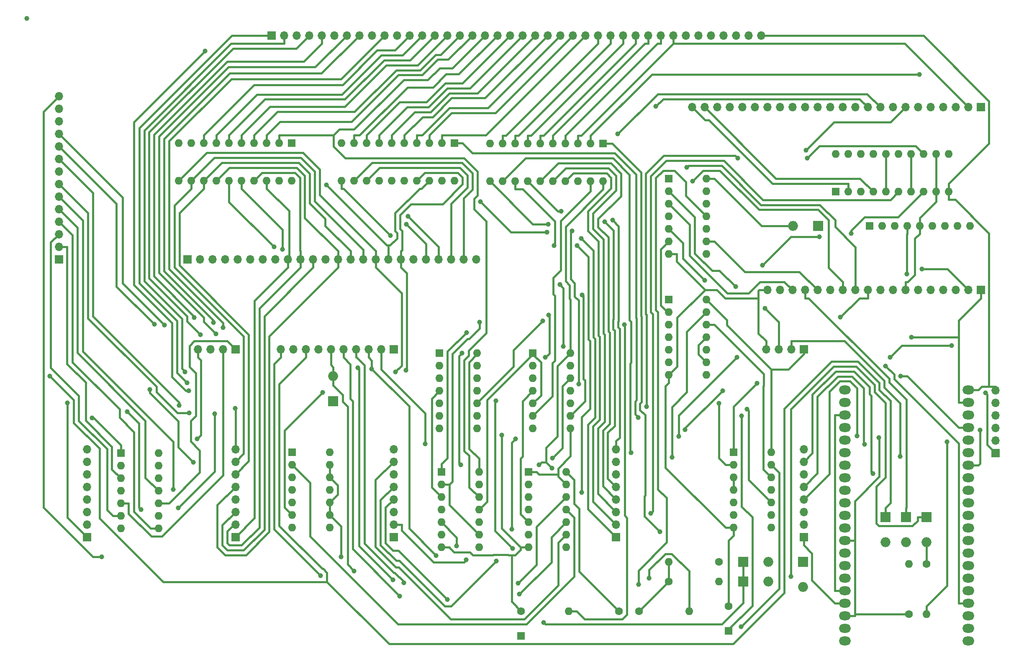
<source format=gbr>
%TF.GenerationSoftware,KiCad,Pcbnew,7.0.2*%
%TF.CreationDate,2023-06-04T09:38:05+01:00*%
%TF.ProjectId,ZXspectrum_Concept_v2.kicad_pro,5a587370-6563-4747-9275-6d5f436f6e63,rev?*%
%TF.SameCoordinates,PX280de80PY16e3600*%
%TF.FileFunction,Copper,L2,Bot*%
%TF.FilePolarity,Positive*%
%FSLAX46Y46*%
G04 Gerber Fmt 4.6, Leading zero omitted, Abs format (unit mm)*
G04 Created by KiCad (PCBNEW 7.0.2) date 2023-06-04 09:38:05*
%MOMM*%
%LPD*%
G01*
G04 APERTURE LIST*
%TA.AperFunction,ComponentPad*%
%ADD10C,1.600000*%
%TD*%
%TA.AperFunction,ComponentPad*%
%ADD11O,1.600000X1.600000*%
%TD*%
%TA.AperFunction,ComponentPad*%
%ADD12R,1.700000X1.700000*%
%TD*%
%TA.AperFunction,ComponentPad*%
%ADD13O,1.700000X1.700000*%
%TD*%
%TA.AperFunction,ComponentPad*%
%ADD14R,1.600000X1.600000*%
%TD*%
%TA.AperFunction,ComponentPad*%
%ADD15R,2.000000X2.000000*%
%TD*%
%TA.AperFunction,ComponentPad*%
%ADD16O,2.000000X2.000000*%
%TD*%
%TA.AperFunction,ComponentPad*%
%ADD17O,2.400000X1.800000*%
%TD*%
%TA.AperFunction,ViaPad*%
%ADD18C,1.000000*%
%TD*%
%TA.AperFunction,Conductor*%
%ADD19C,0.400000*%
%TD*%
G04 APERTURE END LIST*
D10*
%TO.P,R4,1*%
%TO.N,+5V*%
X123840000Y-120000000D03*
D11*
%TO.P,R4,2*%
%TO.N,/CORE/ESP_WAIT_RESET*%
X134000000Y-120000000D03*
%TD*%
D10*
%TO.P,R2,1*%
%TO.N,GND*%
X178500000Y-120580000D03*
D11*
%TO.P,R2,2*%
%TO.N,/CORE/ESP_INT*%
X178500000Y-110420000D03*
%TD*%
D12*
%TO.P,RIO2,1,Pin_1*%
%TO.N,+5V*%
X193000000Y-55000000D03*
D13*
%TO.P,RIO2,2,Pin_2*%
%TO.N,/GLUE/RIO_CONTROL.A16*%
X190460000Y-55000000D03*
%TO.P,RIO2,3,Pin_3*%
%TO.N,/GLUE/RIO_CONTROL.A15*%
X187920000Y-55000000D03*
%TO.P,RIO2,4,Pin_4*%
%TO.N,/GLUE/RIO_CONTROL.A14*%
X185380000Y-55000000D03*
%TO.P,RIO2,5,Pin_5*%
%TO.N,/GLUE/RIO_CONTROL.WE*%
X182840000Y-55000000D03*
%TO.P,RIO2,6,Pin_6*%
%TO.N,/GLUE/RIO_CONTROL.CE*%
X180300000Y-55000000D03*
%TO.P,RIO2,7,Pin_7*%
%TO.N,/GLUE/RIO_CONTROL.OE*%
X177760000Y-55000000D03*
%TO.P,RIO2,8,Pin_8*%
%TO.N,/GLUE/RIO_CONTROL.ROM_RDY*%
X175220000Y-55000000D03*
%TO.P,RIO2,9,Pin_9*%
%TO.N,/CACHE connector/CACHE_SEL_0*%
X172680000Y-55000000D03*
%TO.P,RIO2,10,Pin_10*%
%TO.N,/CACHE connector/CACHE_SEL_1*%
X170140000Y-55000000D03*
%TO.P,RIO2,11,Pin_11*%
%TO.N,/CACHE connector/CACHE_SEL_2*%
X167600000Y-55000000D03*
%TO.P,RIO2,12,Pin_12*%
%TO.N,/CACHE connector/CACHE_SEL_3*%
X165060000Y-55000000D03*
%TO.P,RIO2,13,Pin_13*%
%TO.N,/CACHE connector/CACHE_DATASTATUS*%
X162520000Y-55000000D03*
%TO.P,RIO2,14,Pin_14*%
%TO.N,/GLUE/WAIT_IO*%
X159980000Y-55000000D03*
%TO.P,RIO2,15,Pin_15*%
%TO.N,/CORE/Z80_HARDLOCK_RESET*%
X157440000Y-55000000D03*
%TO.P,RIO2,16,Pin_16*%
%TO.N,/GLUE/Z80_HARDLOCK_SET*%
X154900000Y-55000000D03*
%TO.P,RIO2,17,Pin_17*%
%TO.N,/GLUE/PERM_Z80_IORQ*%
X152360000Y-55000000D03*
%TO.P,RIO2,18,Pin_18*%
%TO.N,GND*%
X149820000Y-55000000D03*
%TD*%
D14*
%TO.P,Z80-LOCAL_DATA1,1,A->B*%
%TO.N,/GLUE/Z80_BUS_CONTROL.Z80_DATA_DIR*%
X116580000Y-25380000D03*
D11*
%TO.P,Z80-LOCAL_DATA1,2,A0*%
%TO.N,/RIO connector/Z80_D0*%
X114040000Y-25380000D03*
%TO.P,Z80-LOCAL_DATA1,3,A1*%
%TO.N,/RIO connector/Z80_D1*%
X111500000Y-25380000D03*
%TO.P,Z80-LOCAL_DATA1,4,A2*%
%TO.N,/RIO connector/Z80_D2*%
X108960000Y-25380000D03*
%TO.P,Z80-LOCAL_DATA1,5,A3*%
%TO.N,/RIO connector/Z80_D3*%
X106420000Y-25380000D03*
%TO.P,Z80-LOCAL_DATA1,6,A4*%
%TO.N,/RIO connector/Z80_D4*%
X103880000Y-25380000D03*
%TO.P,Z80-LOCAL_DATA1,7,A5*%
%TO.N,/RIO connector/Z80_D5*%
X101340000Y-25380000D03*
%TO.P,Z80-LOCAL_DATA1,8,A6*%
%TO.N,/RIO connector/Z80_D6*%
X98800000Y-25380000D03*
%TO.P,Z80-LOCAL_DATA1,9,A7*%
%TO.N,/RIO connector/Z80_D7*%
X96260000Y-25380000D03*
%TO.P,Z80-LOCAL_DATA1,10,GND*%
%TO.N,GND*%
X93720000Y-25380000D03*
%TO.P,Z80-LOCAL_DATA1,11,B7*%
%TO.N,/CACHE connector/LOCAL_D7*%
X93720000Y-33000000D03*
%TO.P,Z80-LOCAL_DATA1,12,B6*%
%TO.N,/CACHE connector/LOCAL_D6*%
X96260000Y-33000000D03*
%TO.P,Z80-LOCAL_DATA1,13,B5*%
%TO.N,/CACHE connector/LOCAL_D5*%
X98800000Y-33000000D03*
%TO.P,Z80-LOCAL_DATA1,14,B4*%
%TO.N,/CACHE connector/LOCAL_D4*%
X101340000Y-33000000D03*
%TO.P,Z80-LOCAL_DATA1,15,B3*%
%TO.N,/CACHE connector/LOCAL_D3*%
X103880000Y-33000000D03*
%TO.P,Z80-LOCAL_DATA1,16,B2*%
%TO.N,/CACHE connector/LOCAL_D2*%
X106420000Y-33000000D03*
%TO.P,Z80-LOCAL_DATA1,17,B1*%
%TO.N,/CACHE connector/LOCAL_D1*%
X108960000Y-33000000D03*
%TO.P,Z80-LOCAL_DATA1,18,B0*%
%TO.N,/CACHE connector/LOCAL_D0*%
X111500000Y-33000000D03*
%TO.P,Z80-LOCAL_DATA1,19,CE*%
%TO.N,/GLUE/Z80_BUS_CONTROL.Z80_DATA_OE*%
X114040000Y-33000000D03*
%TO.P,Z80-LOCAL_DATA1,20,VCC*%
%TO.N,+5V*%
X116580000Y-33000000D03*
%TD*%
D12*
%TO.P,CACHE1,1,Pin_1*%
%TO.N,/CACHE connector/LOCAL_D0*%
X32500000Y-48780000D03*
D13*
%TO.P,CACHE1,2,Pin_2*%
%TO.N,/CACHE connector/LOCAL_D1*%
X35040000Y-48780000D03*
%TO.P,CACHE1,3,Pin_3*%
%TO.N,/CACHE connector/LOCAL_D2*%
X37580000Y-48780000D03*
%TO.P,CACHE1,4,Pin_4*%
%TO.N,/CACHE connector/LOCAL_D3*%
X40120000Y-48780000D03*
%TO.P,CACHE1,5,Pin_5*%
%TO.N,/CACHE connector/LOCAL_D4*%
X42660000Y-48780000D03*
%TO.P,CACHE1,6,Pin_6*%
%TO.N,/CACHE connector/LOCAL_D5*%
X45200000Y-48780000D03*
%TO.P,CACHE1,7,Pin_7*%
%TO.N,/CACHE connector/LOCAL_D6*%
X47740000Y-48780000D03*
%TO.P,CACHE1,8,Pin_8*%
%TO.N,/CACHE connector/LOCAL_D7*%
X50280000Y-48780000D03*
%TO.P,CACHE1,9,Pin_9*%
%TO.N,/CACHE connector/LOCAL_A0*%
X52820000Y-48780000D03*
%TO.P,CACHE1,10,Pin_10*%
%TO.N,/CACHE connector/LOCAL_A1*%
X55360000Y-48780000D03*
%TO.P,CACHE1,11,Pin_11*%
%TO.N,/CACHE connector/LOCAL_A2*%
X57900000Y-48780000D03*
%TO.P,CACHE1,12,Pin_12*%
%TO.N,/CACHE connector/LOCAL_A3*%
X60440000Y-48780000D03*
%TO.P,CACHE1,13,Pin_13*%
%TO.N,/CACHE connector/LOCAL_A4*%
X62980000Y-48780000D03*
%TO.P,CACHE1,14,Pin_14*%
%TO.N,/CACHE connector/LOCAL_A5*%
X65520000Y-48780000D03*
%TO.P,CACHE1,15,Pin_15*%
%TO.N,/CACHE connector/LOCAL_A6*%
X68060000Y-48780000D03*
%TO.P,CACHE1,16,Pin_16*%
%TO.N,/CACHE connector/LOCAL_A7*%
X70600000Y-48780000D03*
%TO.P,CACHE1,17,Pin_17*%
%TO.N,/CACHE connector/LOCAL_A8*%
X73140000Y-48780000D03*
%TO.P,CACHE1,18,Pin_18*%
%TO.N,/CACHE connector/LOCAL_A9*%
X75680000Y-48780000D03*
%TO.P,CACHE1,19,Pin_19*%
%TO.N,/CACHE connector/LOCAL_A10*%
X78220000Y-48780000D03*
%TO.P,CACHE1,20,Pin_20*%
%TO.N,/CACHE connector/LOCAL_A11*%
X80760000Y-48780000D03*
%TO.P,CACHE1,21,Pin_21*%
%TO.N,/CACHE connector/LOCAL_A12*%
X83300000Y-48780000D03*
%TO.P,CACHE1,22,Pin_22*%
%TO.N,/CACHE connector/LOCAL_A13*%
X85840000Y-48780000D03*
%TO.P,CACHE1,23,Pin_23*%
%TO.N,/CACHE connector/LOCAL_A14*%
X88380000Y-48780000D03*
%TO.P,CACHE1,24,Pin_24*%
%TO.N,/CACHE connector/LOCAL_A15*%
X90920000Y-48780000D03*
%TD*%
D14*
%TO.P,IC6,1*%
%TO.N,/GLUE/PERM_Z80_IORQ*%
X53700000Y-87875000D03*
D11*
%TO.P,IC6,2*%
%TO.N,Net-(IC5-Pad11)*%
X53700000Y-90415000D03*
%TO.P,IC6,3*%
%TO.N,/GLUE/RIO CONTROL/Z80_RD+ESP_IOD_CONFIG+PERM_Z80_IORQ*%
X53700000Y-92955000D03*
%TO.P,IC6,4*%
%TO.N,/SPI connector/ESP_CONTROL.MEMRQ*%
X53700000Y-95495000D03*
%TO.P,IC6,5*%
%TO.N,/SPI connector/ESP_CONTROL.IORQ*%
X53700000Y-98035000D03*
%TO.P,IC6,6*%
%TO.N,Net-(IC1-Pad13)*%
X53700000Y-100575000D03*
%TO.P,IC6,7,GND*%
%TO.N,unconnected-(IC6E-GND-Pad7)*%
X53700000Y-103115000D03*
%TO.P,IC6,8*%
%TO.N,unconnected-(IC6-Pad8)*%
X61320000Y-103115000D03*
%TO.P,IC6,9*%
%TO.N,GND*%
X61320000Y-100575000D03*
%TO.P,IC6,10*%
X61320000Y-98035000D03*
%TO.P,IC6,11*%
%TO.N,unconnected-(IC6-Pad11)*%
X61320000Y-95495000D03*
%TO.P,IC6,12*%
%TO.N,GND*%
X61320000Y-92955000D03*
%TO.P,IC6,13*%
X61320000Y-90415000D03*
%TO.P,IC6,14,VCC*%
%TO.N,unconnected-(IC6E-VCC-Pad14)*%
X61320000Y-87875000D03*
%TD*%
D12*
%TO.P,EX_SPI1,1,Pin_1*%
%TO.N,/CORE/EX_SS*%
X196000000Y-88040000D03*
D13*
%TO.P,EX_SPI1,2,Pin_2*%
%TO.N,/CORE/EX_SCK*%
X196000000Y-85500000D03*
%TO.P,EX_SPI1,3,Pin_3*%
%TO.N,/CORE/EX_MISO*%
X196000000Y-82960000D03*
%TO.P,EX_SPI1,4,Pin_4*%
%TO.N,/CORE/EX_MOSI*%
X196000000Y-80420000D03*
%TO.P,EX_SPI1,5,Pin_5*%
%TO.N,+5V*%
X196000000Y-77880000D03*
%TO.P,EX_SPI1,6,Pin_6*%
%TO.N,GND*%
X196000000Y-75340000D03*
%TD*%
D14*
%TO.P,C1,1*%
%TO.N,Net-(C1-Pad1)*%
X100000000Y-125000000D03*
D10*
%TO.P,C1,2*%
%TO.N,GND*%
X100000000Y-120000000D03*
%TD*%
D14*
%TO.P,IC3,1,~{R}*%
%TO.N,/GLUE/CLR_Z80_HARDLOCK*%
X83500000Y-67800000D03*
D11*
%TO.P,IC3,2,D*%
%TO.N,unconnected-(IC3A-D-Pad2)*%
X83500000Y-70340000D03*
%TO.P,IC3,3,C*%
%TO.N,unconnected-(IC3A-C-Pad3)*%
X83500000Y-72880000D03*
%TO.P,IC3,4,~{S}*%
%TO.N,/GLUE/PRE_Z80_HARDLOCK*%
X83500000Y-75420000D03*
%TO.P,IC3,5,Q*%
%TO.N,/CACHE connector/Z80_HARDLOCK*%
X83500000Y-77960000D03*
%TO.P,IC3,6,~{Q}*%
%TO.N,/GLUE/!Z80_HARDLOCK*%
X83500000Y-80500000D03*
%TO.P,IC3,7,GND*%
%TO.N,GND*%
X83500000Y-83040000D03*
%TO.P,IC3,8,~{Q}*%
%TO.N,Net-(D2-K)*%
X91120000Y-83040000D03*
%TO.P,IC3,9,Q*%
%TO.N,unconnected-(IC3B-Q-Pad9)*%
X91120000Y-80500000D03*
%TO.P,IC3,10,~{S}*%
%TO.N,Net-(IC3B-~{S})*%
X91120000Y-77960000D03*
%TO.P,IC3,11,C*%
%TO.N,unconnected-(IC3B-C-Pad11)*%
X91120000Y-75420000D03*
%TO.P,IC3,12,D*%
%TO.N,unconnected-(IC3B-D-Pad12)*%
X91120000Y-72880000D03*
%TO.P,IC3,13,~{R}*%
%TO.N,/CORE/ESP_WAIT_RESET*%
X91120000Y-70340000D03*
%TO.P,IC3,14,VCC*%
%TO.N,+5V*%
X91120000Y-67800000D03*
%TD*%
D15*
%TO.P,D7,1,K*%
%TO.N,/SPI connector/Z80_CONTROL.BUSRQ*%
X144920000Y-110000000D03*
D16*
%TO.P,D7,2,A*%
%TO.N,/GLUE/Z80 BUS CONTROL/Z80_ADD_CONNECT*%
X150000000Y-110000000D03*
%TD*%
D14*
%TO.P,IC2,1*%
%TO.N,Net-(IC1-Pad4)*%
X83880000Y-91840000D03*
D11*
%TO.P,IC2,2*%
%TO.N,/CORE/ESP_HARDLOCK*%
X83880000Y-94380000D03*
%TO.P,IC2,3*%
%TO.N,/GLUE/PRE_Z80_HARDLOCK*%
X83880000Y-96920000D03*
%TO.P,IC2,4*%
%TO.N,/GLUE/PERM_Z80_IORQ*%
X83880000Y-99460000D03*
%TO.P,IC2,5*%
%TO.N,/CACHE connector/CACHE_DATASTATUS*%
X83880000Y-102000000D03*
%TO.P,IC2,6*%
%TO.N,/CACHE connector/CACHE_CONTROL.DATASTATUS+PERM_Z80_IORQ*%
X83880000Y-104540000D03*
%TO.P,IC2,7,GND*%
%TO.N,GND*%
X83880000Y-107080000D03*
%TO.P,IC2,8*%
%TO.N,Net-(IC2-Pad13)*%
X91500000Y-107080000D03*
%TO.P,IC2,9*%
%TO.N,/CORE/ESP_HARDLOCK*%
X91500000Y-104540000D03*
%TO.P,IC2,10*%
%TO.N,/SPI connector/Z80_CONTROL.IORQ*%
X91500000Y-102000000D03*
%TO.P,IC2,11*%
%TO.N,/GLUE/PERM_Z80_IORQ*%
X91500000Y-99460000D03*
%TO.P,IC2,12*%
%TO.N,/RIO connector/Z80_A0*%
X91500000Y-96920000D03*
%TO.P,IC2,13*%
%TO.N,Net-(IC2-Pad13)*%
X91500000Y-94380000D03*
%TO.P,IC2,14,VCC*%
%TO.N,+5V*%
X91500000Y-91840000D03*
%TD*%
D12*
%TO.P,CACHE2,1,Pin_1*%
%TO.N,+5V*%
X6500000Y-48780000D03*
D13*
%TO.P,CACHE2,2,Pin_2*%
%TO.N,/CACHE connector/CACHE_CONTROL.A16*%
X6500000Y-46240000D03*
%TO.P,CACHE2,3,Pin_3*%
%TO.N,/CACHE connector/CACHE_CONTROL.WE*%
X6500000Y-43700000D03*
%TO.P,CACHE2,4,Pin_4*%
%TO.N,/CACHE connector/CACHE_CONTROL.OE*%
X6500000Y-41160000D03*
%TO.P,CACHE2,5,Pin_5*%
%TO.N,/CACHE connector/CACHE_CONTROL.CS*%
X6500000Y-38620000D03*
%TO.P,CACHE2,6,Pin_6*%
%TO.N,/CACHE connector/CACHE_CONTROL.DATASTATUS+PERM_Z80_IORQ*%
X6500000Y-36080000D03*
%TO.P,CACHE2,7,Pin_7*%
%TO.N,/CACHE connector/Z80_HARDLOCK*%
X6500000Y-33540000D03*
%TO.P,CACHE2,8,Pin_8*%
%TO.N,/CACHE connector/CACHE_SEL_0*%
X6500000Y-31000000D03*
%TO.P,CACHE2,9,Pin_9*%
%TO.N,/CACHE connector/CACHE_SEL_1*%
X6500000Y-28460000D03*
%TO.P,CACHE2,10,Pin_10*%
%TO.N,/CACHE connector/CACHE_SEL_2*%
X6500000Y-25920000D03*
%TO.P,CACHE2,11,Pin_11*%
%TO.N,/CACHE connector/CACHE_SEL_3*%
X6500000Y-23380000D03*
%TO.P,CACHE2,12,Pin_12*%
%TO.N,/CACHE connector/CACHE_DATASTATUS*%
X6500000Y-20840000D03*
%TO.P,CACHE2,13,Pin_13*%
%TO.N,unconnected-(CACHE2-Pin_13-Pad13)*%
X6500000Y-18300000D03*
%TO.P,CACHE2,14,Pin_14*%
%TO.N,GND*%
X6500000Y-15760000D03*
%TD*%
D14*
%TO.P,IC5,1*%
%TO.N,/GLUE/ESP_IOD_CONFIG*%
X101500000Y-91840000D03*
D11*
%TO.P,IC5,2*%
%TO.N,/SPI connector/Z80_CONTROL.WR*%
X101500000Y-94380000D03*
%TO.P,IC5,3*%
%TO.N,/GLUE/RIO CONTROL/Z80_WR+ESP_IOD_CONFIG*%
X101500000Y-96920000D03*
%TO.P,IC5,4*%
%TO.N,/SPI connector/ESP_CONTROL.WR*%
X101500000Y-99460000D03*
%TO.P,IC5,5*%
%TO.N,/GLUE/Z80 BUS CONTROL/Z80_DATA_CONNECT*%
X101500000Y-102000000D03*
%TO.P,IC5,6*%
%TO.N,Net-(IC5-Pad6)*%
X101500000Y-104540000D03*
%TO.P,IC5,7,GND*%
%TO.N,GND*%
X101500000Y-107080000D03*
%TO.P,IC5,8*%
%TO.N,/GLUE/RIO_CONTROL.ROM_RDY*%
X109120000Y-107080000D03*
%TO.P,IC5,9*%
%TO.N,/SPI connector/ESP_CONTROL.ROMCS*%
X109120000Y-104540000D03*
%TO.P,IC5,10*%
%TO.N,/SPI connector/Z80_CONTROL.MEMRQ*%
X109120000Y-102000000D03*
%TO.P,IC5,11*%
%TO.N,Net-(IC5-Pad11)*%
X109120000Y-99460000D03*
%TO.P,IC5,12*%
%TO.N,/SPI connector/Z80_CONTROL.RD*%
X109120000Y-96920000D03*
%TO.P,IC5,13*%
%TO.N,/GLUE/ESP_IOD_CONFIG*%
X109120000Y-94380000D03*
%TO.P,IC5,14,VCC*%
%TO.N,+5V*%
X109120000Y-91840000D03*
%TD*%
D12*
%TO.P,J3,1,Pin_1*%
%TO.N,/CACHE connector/LOCAL_D0*%
X119201200Y-104998800D03*
D13*
%TO.P,J3,2,Pin_2*%
%TO.N,/CACHE connector/LOCAL_D1*%
X119201200Y-102458800D03*
%TO.P,J3,3,Pin_3*%
%TO.N,/CACHE connector/LOCAL_D2*%
X119201200Y-99918800D03*
%TO.P,J3,4,Pin_4*%
%TO.N,/CACHE connector/LOCAL_D3*%
X119201200Y-97378800D03*
%TO.P,J3,5,Pin_5*%
%TO.N,/CACHE connector/LOCAL_D4*%
X119201200Y-94838800D03*
%TO.P,J3,6,Pin_6*%
%TO.N,/CACHE connector/LOCAL_D5*%
X119201200Y-92298800D03*
%TO.P,J3,7,Pin_7*%
%TO.N,/CACHE connector/LOCAL_D6*%
X119201200Y-89758800D03*
%TO.P,J3,8,Pin_8*%
%TO.N,/CACHE connector/LOCAL_D7*%
X119201200Y-87218800D03*
%TD*%
D12*
%TO.P,RIO1,1,Pin_1*%
%TO.N,/RIO connector/Z80_D0*%
X193000000Y-18000000D03*
D13*
%TO.P,RIO1,2,Pin_2*%
%TO.N,/RIO connector/Z80_D1*%
X190460000Y-18000000D03*
%TO.P,RIO1,3,Pin_3*%
%TO.N,/RIO connector/Z80_D2*%
X187920000Y-18000000D03*
%TO.P,RIO1,4,Pin_4*%
%TO.N,/RIO connector/Z80_D3*%
X185380000Y-18000000D03*
%TO.P,RIO1,5,Pin_5*%
%TO.N,/RIO connector/Z80_D4*%
X182840000Y-18000000D03*
%TO.P,RIO1,6,Pin_6*%
%TO.N,/RIO connector/Z80_D5*%
X180300000Y-18000000D03*
%TO.P,RIO1,7,Pin_7*%
%TO.N,/RIO connector/Z80_D6*%
X177760000Y-18000000D03*
%TO.P,RIO1,8,Pin_8*%
%TO.N,/RIO connector/Z80_D7*%
X175220000Y-18000000D03*
%TO.P,RIO1,9,Pin_9*%
%TO.N,/RIO connector/Z80_A0*%
X172680000Y-18000000D03*
%TO.P,RIO1,10,Pin_10*%
%TO.N,/RIO connector/Z80_A1*%
X170140000Y-18000000D03*
%TO.P,RIO1,11,Pin_11*%
%TO.N,/RIO connector/Z80_A2*%
X167600000Y-18000000D03*
%TO.P,RIO1,12,Pin_12*%
%TO.N,/RIO connector/Z80_A3*%
X165060000Y-18000000D03*
%TO.P,RIO1,13,Pin_13*%
%TO.N,/RIO connector/Z80_A4*%
X162520000Y-18000000D03*
%TO.P,RIO1,14,Pin_14*%
%TO.N,/RIO connector/Z80_A5*%
X159980000Y-18000000D03*
%TO.P,RIO1,15,Pin_15*%
%TO.N,/RIO connector/Z80_A6*%
X157440000Y-18000000D03*
%TO.P,RIO1,16,Pin_16*%
%TO.N,/RIO connector/Z80_A7*%
X154900000Y-18000000D03*
%TO.P,RIO1,17,Pin_17*%
%TO.N,/RIO connector/Z80_A8*%
X152360000Y-18000000D03*
%TO.P,RIO1,18,Pin_18*%
%TO.N,/RIO connector/Z80_A9*%
X149820000Y-18000000D03*
%TO.P,RIO1,19,Pin_19*%
%TO.N,/RIO connector/Z80_A10*%
X147280000Y-18000000D03*
%TO.P,RIO1,20,Pin_20*%
%TO.N,/RIO connector/Z80_A11*%
X144740000Y-18000000D03*
%TO.P,RIO1,21,Pin_21*%
%TO.N,/RIO connector/Z80_A12*%
X142200000Y-18000000D03*
%TO.P,RIO1,22,Pin_22*%
%TO.N,/RIO connector/Z80_A13*%
X139660000Y-18000000D03*
%TO.P,RIO1,23,Pin_23*%
%TO.N,/RIO connector/Z80_A14*%
X137120000Y-18000000D03*
%TO.P,RIO1,24,Pin_24*%
%TO.N,/RIO connector/Z80_A15*%
X134580000Y-18000000D03*
%TD*%
D10*
%TO.P,R3,1*%
%TO.N,+5V*%
X119790000Y-120000000D03*
D11*
%TO.P,R3,2*%
%TO.N,Net-(C1-Pad1)*%
X109630000Y-120000000D03*
%TD*%
D15*
%TO.P,D1,1,K*%
%TO.N,Net-(D1-K)*%
X157000000Y-110000000D03*
D16*
%TO.P,D1,2,A*%
%TO.N,/SPI connector/Z80_CONTROL.RESET*%
X157000000Y-115080000D03*
%TD*%
D12*
%TO.P,J5,1,Pin_1*%
%TO.N,/SPI connector/Z80_CONTROL.RD*%
X74201200Y-66998800D03*
D13*
%TO.P,J5,2,Pin_2*%
%TO.N,/SPI connector/Z80_CONTROL.WR*%
X71661200Y-66998800D03*
%TO.P,J5,3,Pin_3*%
%TO.N,/SPI connector/Z80_CONTROL.IORQ*%
X69121200Y-66998800D03*
%TO.P,J5,4,Pin_4*%
%TO.N,/SPI connector/Z80_CONTROL.MEMRQ*%
X66581200Y-66998800D03*
%TO.P,J5,5,Pin_5*%
%TO.N,/SPI connector/Z80_CONTROL.BUSRQ*%
X64041200Y-66998800D03*
%TO.P,J5,6,Pin_6*%
%TO.N,/SPI connector/Z80_CONTROL.WAIT*%
X61501200Y-66998800D03*
%TO.P,J5,7,Pin_7*%
%TO.N,/SPI connector/Z80_CONTROL.ROMCS*%
X58961200Y-66998800D03*
%TO.P,J5,8,Pin_8*%
%TO.N,/SPI connector/Z80_CONTROL.BUSACK*%
X56421200Y-66998800D03*
%TO.P,J5,9,Pin_9*%
%TO.N,/SPI connector/Z80_CONTROL.NMI*%
X53881200Y-66998800D03*
%TO.P,J5,10,Pin_10*%
%TO.N,/SPI connector/Z80_CONTROL.RESET*%
X51341200Y-66998800D03*
%TD*%
D14*
%TO.P,U1,1,1OE*%
%TO.N,/GLUE/RIO_CONTROL.A16*%
X163640000Y-35120000D03*
D11*
%TO.P,U1,2,1A0*%
%TO.N,/RIO connector/Z80_A15*%
X166180000Y-35120000D03*
%TO.P,U1,3,2Y0*%
%TO.N,/GLUE/RIO_CONTROL.A14*%
X168720000Y-35120000D03*
%TO.P,U1,4,1A1*%
%TO.N,/RIO connector/Z80_A14*%
X171260000Y-35120000D03*
%TO.P,U1,5,2Y1*%
%TO.N,/GLUE/RIO_CONTROL.A15*%
X173800000Y-35120000D03*
%TO.P,U1,6,1A2*%
%TO.N,/GLUE/RIO CONTROL/Z80_WR+ESP_IOD_CONFIG*%
X176340000Y-35120000D03*
%TO.P,U1,7,2Y2*%
%TO.N,/GLUE/RIO_CONTROL.WE*%
X178880000Y-35120000D03*
%TO.P,U1,8,1A3*%
%TO.N,/GLUE/RIO CONTROL/Z80_RD+ESP_IOD_CONFIG+PERM_Z80_IORQ*%
X181420000Y-35120000D03*
%TO.P,U1,9,2Y3*%
%TO.N,/GLUE/RIO_CONTROL.OE*%
X183960000Y-35120000D03*
%TO.P,U1,10,GND*%
%TO.N,GND*%
X186500000Y-35120000D03*
%TO.P,U1,11,2A3*%
%TO.N,/SPI connector/Z80_CONTROL.RD*%
X186500000Y-27500000D03*
%TO.P,U1,12,1Y3*%
%TO.N,/GLUE/RIO_CONTROL.OE*%
X183960000Y-27500000D03*
%TO.P,U1,13,2A2*%
%TO.N,/GLUE/RIO CONTROL/ROM_WR_PROTECT+Z80_WR*%
X181420000Y-27500000D03*
%TO.P,U1,14,1Y2*%
%TO.N,/GLUE/RIO_CONTROL.WE*%
X178880000Y-27500000D03*
%TO.P,U1,15,2A1*%
%TO.N,/CORE/ESP_ROMSEL_0*%
X176340000Y-27500000D03*
%TO.P,U1,16,1Y1*%
%TO.N,/GLUE/RIO_CONTROL.A15*%
X173800000Y-27500000D03*
%TO.P,U1,17,2A0*%
%TO.N,/CORE/ESP_ROMSEL_1*%
X171260000Y-27500000D03*
%TO.P,U1,18,1Y0*%
%TO.N,/GLUE/RIO_CONTROL.A14*%
X168720000Y-27500000D03*
%TO.P,U1,19,2OE*%
%TO.N,/GLUE/RIO_CONTROL.ROM_RDY*%
X166180000Y-27500000D03*
%TO.P,U1,20,VCC*%
%TO.N,+5V*%
X163640000Y-27500000D03*
%TD*%
D10*
%TO.P,R5,1*%
%TO.N,/GLUE/Z80 BUS CONTROL/Z80_ADD_CONNECT*%
X140000000Y-110000000D03*
D11*
%TO.P,R5,2*%
%TO.N,+5V*%
X129840000Y-110000000D03*
%TD*%
D15*
%TO.P,D5,1,K*%
%TO.N,/SPI connector/Z80_CONTROL.BUSACK*%
X173700000Y-100920000D03*
D16*
%TO.P,D5,2,A*%
%TO.N,/CORE/ESP_INT*%
X173700000Y-106000000D03*
%TD*%
D14*
%TO.P,C2,1*%
%TO.N,/CORE/ESP_WAIT_RESET*%
X142000000Y-124000000D03*
D10*
%TO.P,C2,2*%
%TO.N,GND*%
X142000000Y-119000000D03*
%TD*%
D12*
%TO.P,J6,1,Pin_1*%
%TO.N,/SPI connector/ESP_CONTROL.RD*%
X74201200Y-104998800D03*
D13*
%TO.P,J6,2,Pin_2*%
%TO.N,/SPI connector/ESP_CONTROL.WR*%
X74201200Y-102458800D03*
%TO.P,J6,3,Pin_3*%
%TO.N,/SPI connector/ESP_CONTROL.IORQ*%
X74201200Y-99918800D03*
%TO.P,J6,4,Pin_4*%
%TO.N,/SPI connector/ESP_CONTROL.MEMRQ*%
X74201200Y-97378800D03*
%TO.P,J6,5,Pin_5*%
%TO.N,/SPI connector/ESP_CONTROL.BUSRQ*%
X74201200Y-94838800D03*
%TO.P,J6,6,Pin_6*%
%TO.N,/SPI connector/ESP_CONTROL.WAIT*%
X74201200Y-92298800D03*
%TO.P,J6,7,Pin_7*%
%TO.N,/SPI connector/ESP_CONTROL.ROMCS*%
X74201200Y-89758800D03*
%TO.P,J6,8,Pin_8*%
%TO.N,/SPI connector/ESP_CONTROL.NMI*%
X74201200Y-87218800D03*
%TD*%
D10*
%TO.P,R6,1*%
%TO.N,+5V*%
X129840000Y-114000000D03*
D11*
%TO.P,R6,2*%
%TO.N,/GLUE/Z80 BUS CONTROL/Z80_DATA_CONNECT*%
X140000000Y-114000000D03*
%TD*%
D12*
%TO.P,LOCAL_CONTROL1,1,Pin_1*%
%TO.N,/SPI connector/LOCAL_CONTROL.RD*%
X42201200Y-66998800D03*
D13*
%TO.P,LOCAL_CONTROL1,2,Pin_2*%
%TO.N,/SPI connector/LOCAL_CONTROL.WR*%
X39661200Y-66998800D03*
%TO.P,LOCAL_CONTROL1,3,Pin_3*%
%TO.N,/SPI connector/LOCAL_CONTROL.IORQ*%
X37121200Y-66998800D03*
%TO.P,LOCAL_CONTROL1,4,Pin_4*%
%TO.N,/SPI connector/LOCAL_CONTROL.MEMRQ*%
X34581200Y-66998800D03*
%TD*%
D15*
%TO.P,D4,1,K*%
%TO.N,/CORE/Z80_HARDLOCK_RESET*%
X177850000Y-100920000D03*
D16*
%TO.P,D4,2,A*%
%TO.N,/CORE/ESP_INT*%
X177850000Y-106000000D03*
%TD*%
D15*
%TO.P,D8,1,K*%
%TO.N,/SPI connector/Z80_CONTROL.BUSRQ*%
X144920000Y-114000000D03*
D16*
%TO.P,D8,2,A*%
%TO.N,/GLUE/Z80 BUS CONTROL/Z80_DATA_CONNECT*%
X150000000Y-114000000D03*
%TD*%
D14*
%TO.P,IC4,1*%
%TO.N,Net-(C1-Pad1)*%
X129880000Y-56960000D03*
D11*
%TO.P,IC4,2*%
%TO.N,Net-(IC1-Pad6)*%
X129880000Y-59500000D03*
%TO.P,IC4,3*%
%TO.N,/GLUE/CLR_Z80_HARDLOCK*%
X129880000Y-62040000D03*
%TO.P,IC4,4*%
%TO.N,/GLUE/PERM_Z80_IORQ*%
X129880000Y-64580000D03*
%TO.P,IC4,5*%
%TO.N,/GLUE/ESP_IOD_CONFIG*%
X129880000Y-67120000D03*
%TO.P,IC4,6*%
%TO.N,/GLUE/RIO_CONTROL.A16*%
X129880000Y-69660000D03*
%TO.P,IC4,7,GND*%
%TO.N,GND*%
X129880000Y-72200000D03*
%TO.P,IC4,8*%
%TO.N,/GLUE/RIO_CONTROL.CE*%
X137500000Y-72200000D03*
%TO.P,IC4,9*%
%TO.N,Net-(IC4-Pad11)*%
X137500000Y-69660000D03*
%TO.P,IC4,10*%
%TO.N,/GLUE/RIO_CONTROL.A16*%
X137500000Y-67120000D03*
%TO.P,IC4,11*%
%TO.N,Net-(IC4-Pad11)*%
X137500000Y-64580000D03*
%TO.P,IC4,12*%
%TO.N,/GLUE/ESP_IOD_CONFIG*%
X137500000Y-62040000D03*
%TO.P,IC4,13*%
%TO.N,/GLUE/RIO_CONTROL.ROM_RDY*%
X137500000Y-59500000D03*
%TO.P,IC4,14,VCC*%
%TO.N,+5V*%
X137500000Y-56960000D03*
%TD*%
D14*
%TO.P,IC7,1*%
%TO.N,/GLUE/PERM_Z80_IORQ*%
X102380000Y-67760000D03*
D11*
%TO.P,IC7,2*%
%TO.N,/GLUE/Z80 BUS CONTROL/!CACHE_DATASTATUS*%
X102380000Y-70300000D03*
%TO.P,IC7,3*%
%TO.N,Net-(IC7-Pad3)*%
X102380000Y-72840000D03*
%TO.P,IC7,4*%
%TO.N,/GLUE/Z80 BUS CONTROL/Z80_DATA_CONNECT*%
X102380000Y-75380000D03*
%TO.P,IC7,5*%
%TO.N,/GLUE/PERM_Z80_IORQ*%
X102380000Y-77920000D03*
%TO.P,IC7,6*%
%TO.N,/GLUE/Z80_BUS_CONTROL.Z80_DATA_OE*%
X102380000Y-80460000D03*
%TO.P,IC7,7,GND*%
%TO.N,GND*%
X102380000Y-83000000D03*
%TO.P,IC7,8*%
%TO.N,/GLUE/ESP_IOD_CONFIG*%
X110000000Y-83000000D03*
%TO.P,IC7,9*%
%TO.N,Net-(IC1-Pad12)*%
X110000000Y-80460000D03*
%TO.P,IC7,10*%
%TO.N,/SPI connector/ESP_CONTROL.BUSRQ*%
X110000000Y-77920000D03*
%TO.P,IC7,11*%
%TO.N,/GLUE/RIO CONTROL/ROM_WR_PROTECT+Z80_WR*%
X110000000Y-75380000D03*
%TO.P,IC7,12*%
%TO.N,/SPI connector/Z80_CONTROL.WR*%
X110000000Y-72840000D03*
%TO.P,IC7,13*%
%TO.N,/CORE/ESP_ROM_WR_PROTECT*%
X110000000Y-70300000D03*
%TO.P,IC7,14,VCC*%
%TO.N,+5V*%
X110000000Y-67760000D03*
%TD*%
D15*
%TO.P,D3,1,K*%
%TO.N,/SPI connector/Z80_CONTROL.WAIT*%
X182000000Y-100920000D03*
D16*
%TO.P,D3,2,A*%
%TO.N,/CORE/ESP_INT*%
X182000000Y-106000000D03*
%TD*%
D12*
%TO.P,DIAG-HOST_SYSTEM_BUS1,1,Pin_1*%
%TO.N,/SPI connector/Z80_CONTROL.RD*%
X49500000Y-3500000D03*
D13*
%TO.P,DIAG-HOST_SYSTEM_BUS1,2,Pin_2*%
%TO.N,/SPI connector/Z80_CONTROL.WR*%
X52040000Y-3500000D03*
%TO.P,DIAG-HOST_SYSTEM_BUS1,3,Pin_3*%
%TO.N,/SPI connector/Z80_CONTROL.IORQ*%
X54580000Y-3500000D03*
%TO.P,DIAG-HOST_SYSTEM_BUS1,4,Pin_4*%
%TO.N,/SPI connector/Z80_CONTROL.MEMRQ*%
X57120000Y-3500000D03*
%TO.P,DIAG-HOST_SYSTEM_BUS1,5,Pin_5*%
%TO.N,/SPI connector/Z80_CONTROL.BUSRQ*%
X59660000Y-3500000D03*
%TO.P,DIAG-HOST_SYSTEM_BUS1,6,Pin_6*%
%TO.N,/SPI connector/Z80_CONTROL.WAIT*%
X62200000Y-3500000D03*
%TO.P,DIAG-HOST_SYSTEM_BUS1,7,Pin_7*%
%TO.N,/SPI connector/Z80_CONTROL.NMI*%
X64740000Y-3500000D03*
%TO.P,DIAG-HOST_SYSTEM_BUS1,8,Pin_8*%
%TO.N,/SPI connector/Z80_CONTROL.ROMCS*%
X67280000Y-3500000D03*
%TO.P,DIAG-HOST_SYSTEM_BUS1,9,Pin_9*%
%TO.N,/SPI connector/Z80_CONTROL.BUSACK*%
X69820000Y-3500000D03*
%TO.P,DIAG-HOST_SYSTEM_BUS1,10,Pin_10*%
%TO.N,/SPI connector/Z80_CONTROL.RESET*%
X72360000Y-3500000D03*
%TO.P,DIAG-HOST_SYSTEM_BUS1,11,Pin_11*%
%TO.N,/RIO connector/Z80_A7*%
X74900000Y-3500000D03*
%TO.P,DIAG-HOST_SYSTEM_BUS1,12,Pin_12*%
%TO.N,/RIO connector/Z80_A6*%
X77440000Y-3500000D03*
%TO.P,DIAG-HOST_SYSTEM_BUS1,13,Pin_13*%
%TO.N,/RIO connector/Z80_A5*%
X79980000Y-3500000D03*
%TO.P,DIAG-HOST_SYSTEM_BUS1,14,Pin_14*%
%TO.N,/RIO connector/Z80_A4*%
X82520000Y-3500000D03*
%TO.P,DIAG-HOST_SYSTEM_BUS1,15,Pin_15*%
%TO.N,/RIO connector/Z80_A3*%
X85060000Y-3500000D03*
%TO.P,DIAG-HOST_SYSTEM_BUS1,16,Pin_16*%
%TO.N,/RIO connector/Z80_A2*%
X87600000Y-3500000D03*
%TO.P,DIAG-HOST_SYSTEM_BUS1,17,Pin_17*%
%TO.N,/RIO connector/Z80_A1*%
X90140000Y-3500000D03*
%TO.P,DIAG-HOST_SYSTEM_BUS1,18,Pin_18*%
%TO.N,/RIO connector/Z80_A0*%
X92680000Y-3500000D03*
%TO.P,DIAG-HOST_SYSTEM_BUS1,19,Pin_19*%
%TO.N,/RIO connector/Z80_A15*%
X95220000Y-3500000D03*
%TO.P,DIAG-HOST_SYSTEM_BUS1,20,Pin_20*%
%TO.N,/RIO connector/Z80_A14*%
X97760000Y-3500000D03*
%TO.P,DIAG-HOST_SYSTEM_BUS1,21,Pin_21*%
%TO.N,/RIO connector/Z80_A13*%
X100300000Y-3500000D03*
%TO.P,DIAG-HOST_SYSTEM_BUS1,22,Pin_22*%
%TO.N,/RIO connector/Z80_A12*%
X102840000Y-3500000D03*
%TO.P,DIAG-HOST_SYSTEM_BUS1,23,Pin_23*%
%TO.N,/RIO connector/Z80_A11*%
X105380000Y-3500000D03*
%TO.P,DIAG-HOST_SYSTEM_BUS1,24,Pin_24*%
%TO.N,/RIO connector/Z80_A10*%
X107920000Y-3500000D03*
%TO.P,DIAG-HOST_SYSTEM_BUS1,25,Pin_25*%
%TO.N,/RIO connector/Z80_A9*%
X110460000Y-3500000D03*
%TO.P,DIAG-HOST_SYSTEM_BUS1,26,Pin_26*%
%TO.N,/RIO connector/Z80_A8*%
X113000000Y-3500000D03*
%TO.P,DIAG-HOST_SYSTEM_BUS1,27,Pin_27*%
%TO.N,/RIO connector/Z80_D7*%
X115540000Y-3500000D03*
%TO.P,DIAG-HOST_SYSTEM_BUS1,28,Pin_28*%
%TO.N,/RIO connector/Z80_D6*%
X118080000Y-3500000D03*
%TO.P,DIAG-HOST_SYSTEM_BUS1,29,Pin_29*%
%TO.N,/RIO connector/Z80_D5*%
X120620000Y-3500000D03*
%TO.P,DIAG-HOST_SYSTEM_BUS1,30,Pin_30*%
%TO.N,/RIO connector/Z80_D4*%
X123160000Y-3500000D03*
%TO.P,DIAG-HOST_SYSTEM_BUS1,31,Pin_31*%
%TO.N,/RIO connector/Z80_D3*%
X125700000Y-3500000D03*
%TO.P,DIAG-HOST_SYSTEM_BUS1,32,Pin_32*%
%TO.N,/RIO connector/Z80_D2*%
X128240000Y-3500000D03*
%TO.P,DIAG-HOST_SYSTEM_BUS1,33,Pin_33*%
%TO.N,/RIO connector/Z80_D1*%
X130780000Y-3500000D03*
%TO.P,DIAG-HOST_SYSTEM_BUS1,34,Pin_34*%
%TO.N,/RIO connector/Z80_D0*%
X133320000Y-3500000D03*
%TO.P,DIAG-HOST_SYSTEM_BUS1,35,Pin_35*%
%TO.N,unconnected-(DIAG-HOST_SYSTEM_BUS1-Pin_35-Pad35)*%
X135860000Y-3500000D03*
%TO.P,DIAG-HOST_SYSTEM_BUS1,36,Pin_36*%
%TO.N,unconnected-(DIAG-HOST_SYSTEM_BUS1-Pin_36-Pad36)*%
X138400000Y-3500000D03*
%TO.P,DIAG-HOST_SYSTEM_BUS1,37,Pin_37*%
%TO.N,unconnected-(DIAG-HOST_SYSTEM_BUS1-Pin_37-Pad37)*%
X140940000Y-3500000D03*
%TO.P,DIAG-HOST_SYSTEM_BUS1,38,Pin_38*%
%TO.N,unconnected-(DIAG-HOST_SYSTEM_BUS1-Pin_38-Pad38)*%
X143480000Y-3500000D03*
%TO.P,DIAG-HOST_SYSTEM_BUS1,39,Pin_39*%
%TO.N,/ZX80-BUS/HOST VCC*%
X146020000Y-3500000D03*
%TO.P,DIAG-HOST_SYSTEM_BUS1,40,Pin_40*%
%TO.N,GND*%
X148560000Y-3500000D03*
%TD*%
D15*
%TO.P,D6,1,K*%
%TO.N,Net-(D6-K)*%
X160080000Y-42000000D03*
D16*
%TO.P,D6,2,A*%
%TO.N,+5V*%
X155000000Y-42000000D03*
%TD*%
D14*
%TO.P,IC1,1*%
%TO.N,/CORE/ESP_HARDLOCK*%
X129880000Y-32460000D03*
D11*
%TO.P,IC1,2*%
%TO.N,/GLUE/!ESP_HARDLOCK*%
X129880000Y-35000000D03*
%TO.P,IC1,3*%
%TO.N,/GLUE/Z80_HARDLOCK_SET*%
X129880000Y-37540000D03*
%TO.P,IC1,4*%
%TO.N,Net-(IC1-Pad4)*%
X129880000Y-40080000D03*
%TO.P,IC1,5*%
%TO.N,/CORE/Z80_HARDLOCK_RESET*%
X129880000Y-42620000D03*
%TO.P,IC1,6*%
%TO.N,Net-(IC1-Pad6)*%
X129880000Y-45160000D03*
%TO.P,IC1,7,GND*%
%TO.N,GND*%
X129880000Y-47700000D03*
%TO.P,IC1,8*%
%TO.N,Net-(IC3B-~{S})*%
X137500000Y-47700000D03*
%TO.P,IC1,9*%
%TO.N,/GLUE/WAIT_IO*%
X137500000Y-45160000D03*
%TO.P,IC1,10*%
%TO.N,/GLUE/Z80 BUS CONTROL/!CACHE_DATASTATUS*%
X137500000Y-42620000D03*
%TO.P,IC1,11*%
%TO.N,/CACHE connector/CACHE_DATASTATUS*%
X137500000Y-40080000D03*
%TO.P,IC1,12*%
%TO.N,Net-(IC1-Pad12)*%
X137500000Y-37540000D03*
%TO.P,IC1,13*%
%TO.N,Net-(IC1-Pad13)*%
X137500000Y-35000000D03*
%TO.P,IC1,14,VCC*%
%TO.N,+5V*%
X137500000Y-32460000D03*
%TD*%
D14*
%TO.P,IC9,1*%
%TO.N,/SPI connector/Z80_CONTROL.RD*%
X143000000Y-87875000D03*
D11*
%TO.P,IC9,2*%
%TO.N,/GLUE/PERM_Z80_IORQ*%
X143000000Y-90415000D03*
%TO.P,IC9,3*%
%TO.N,Net-(IC9-Pad3)*%
X143000000Y-92955000D03*
%TO.P,IC9,4*%
X143000000Y-95495000D03*
%TO.P,IC9,5*%
%TO.N,Net-(IC5-Pad6)*%
X143000000Y-98035000D03*
%TO.P,IC9,6*%
%TO.N,/GLUE/Z80_BUS_CONTROL.Z80_DATA_DIR*%
X143000000Y-100575000D03*
%TO.P,IC9,7,GND*%
%TO.N,GND*%
X143000000Y-103115000D03*
%TO.P,IC9,8*%
%TO.N,/GLUE/Z80_BUS_CONTROL.Z80_ADD_OE*%
X150620000Y-103115000D03*
%TO.P,IC9,9*%
%TO.N,/GLUE/Z80 BUS CONTROL/Z80_ADD_CONNECT*%
X150620000Y-100575000D03*
%TO.P,IC9,10*%
%TO.N,Net-(IC7-Pad3)*%
X150620000Y-98035000D03*
%TO.P,IC9,11*%
%TO.N,/GLUE/Z80_BUS_CONTROL.Z80_ADD_DIR*%
X150620000Y-95495000D03*
%TO.P,IC9,12*%
%TO.N,/GLUE/ESP_IOD_CONFIG*%
X150620000Y-92955000D03*
%TO.P,IC9,13*%
%TO.N,/SPI connector/ESP_CONTROL.MEMRQ*%
X150620000Y-90415000D03*
%TO.P,IC9,14,VCC*%
%TO.N,+5V*%
X150620000Y-87875000D03*
%TD*%
D12*
%TO.P,J1,1,Pin_1*%
%TO.N,+5V*%
X157201200Y-66998800D03*
D13*
%TO.P,J1,2,Pin_2*%
%TO.N,/CORE/ESP_PULSE*%
X154661200Y-66998800D03*
%TO.P,J1,3,Pin_3*%
%TO.N,/GLUE/!ESP_HARDLOCK*%
X152121200Y-66998800D03*
%TO.P,J1,4,Pin_4*%
%TO.N,GND*%
X149581200Y-66998800D03*
%TD*%
D12*
%TO.P,J7,1,Pin_1*%
%TO.N,/CACHE connector/LOCAL_A0*%
X42201200Y-104998800D03*
D13*
%TO.P,J7,2,Pin_2*%
%TO.N,/CACHE connector/LOCAL_A1*%
X42201200Y-102458800D03*
%TO.P,J7,3,Pin_3*%
%TO.N,/CACHE connector/LOCAL_A2*%
X42201200Y-99918800D03*
%TO.P,J7,4,Pin_4*%
%TO.N,/CACHE connector/LOCAL_A3*%
X42201200Y-97378800D03*
%TO.P,J7,5,Pin_5*%
%TO.N,/CACHE connector/LOCAL_A4*%
X42201200Y-94838800D03*
%TO.P,J7,6,Pin_6*%
%TO.N,/CACHE connector/LOCAL_A5*%
X42201200Y-92298800D03*
%TO.P,J7,7,Pin_7*%
%TO.N,/CACHE connector/LOCAL_A6*%
X42201200Y-89758800D03*
%TO.P,J7,8,Pin_8*%
%TO.N,/CACHE connector/LOCAL_A7*%
X42201200Y-87218800D03*
%TD*%
D10*
%TO.P,R1,1*%
%TO.N,/CORE/ESP_INT*%
X182000000Y-110420000D03*
D11*
%TO.P,R1,2*%
%TO.N,+5V*%
X182000000Y-120580000D03*
%TD*%
D17*
%TO.P,U2,1,3V3*%
%TO.N,unconnected-(U2-3V3-Pad1)*%
X190500000Y-126000000D03*
%TO.P,U2,2,EN*%
%TO.N,unconnected-(U2-EN-Pad2)*%
X190500000Y-123460000D03*
%TO.P,U2,3,GPIO36*%
%TO.N,/CORE/ESP_INT*%
X190500000Y-120920000D03*
%TO.P,U2,4,GPIO39*%
%TO.N,/CACHE connector/Z80_HARDLOCK*%
X190500000Y-118380000D03*
%TO.P,U2,5,GPIO34*%
%TO.N,unconnected-(U2-GPIO34-Pad5)*%
X190500000Y-115840000D03*
%TO.P,U2,6,GPIO35*%
%TO.N,unconnected-(U2-GPIO35-Pad6)*%
X190500000Y-113300000D03*
%TO.P,U2,7,GPIO32*%
%TO.N,unconnected-(U2-GPIO32-Pad7)*%
X190500000Y-110760000D03*
%TO.P,U2,8,GPIO33*%
%TO.N,/CORE/ESP_SPI_INT.OE*%
X190500000Y-108220000D03*
%TO.P,U2,9,GPIO25*%
%TO.N,/CORE/ESP_SPI_INT.PL*%
X190500000Y-105680000D03*
%TO.P,U2,10,GPIO26*%
%TO.N,/CORE/ESP_SPI_INT.STC*%
X190500000Y-103140000D03*
%TO.P,U2,11,GPIO27*%
%TO.N,/CORE/ESP_PULSE*%
X190500000Y-100600000D03*
%TO.P,U2,12,GPIO14*%
%TO.N,/CORE/EX_SCK*%
X190500000Y-98060000D03*
%TO.P,U2,13,GPIO12*%
%TO.N,/CORE/EX_MISO*%
X190500000Y-95520000D03*
%TO.P,U2,14,GND*%
%TO.N,unconnected-(U2-GND-Pad14)*%
X190500000Y-92980000D03*
%TO.P,U2,15,GPIO13*%
%TO.N,/CORE/EX_MOSI*%
X190500000Y-90440000D03*
%TO.P,U2,16,GPIO9*%
%TO.N,unconnected-(U2-GPIO9-Pad16)*%
X190500000Y-87900000D03*
%TO.P,U2,17,GPIO10*%
%TO.N,unconnected-(U2-GPIO10-Pad17)*%
X190500000Y-85360000D03*
%TO.P,U2,18,GPIO11*%
%TO.N,/CORE/ESP_WAIT_RESET*%
X190500000Y-82820000D03*
%TO.P,U2,19,+5v*%
%TO.N,unconnected-(U2-+5v-Pad19)*%
X190500000Y-80280000D03*
%TO.P,U2,20,+5V*%
%TO.N,+5V*%
X190500000Y-77740000D03*
%TO.P,U2,21,GND*%
%TO.N,GND*%
X190500000Y-75200000D03*
%TO.P,U2,22,GPIO6*%
%TO.N,/CORE/ESP_ROMSEL_1*%
X165500000Y-75200000D03*
%TO.P,U2,23,GPIO7*%
%TO.N,/CORE/ESP_ROMSEL_0*%
X165500000Y-77740000D03*
%TO.P,U2,24,GPIO15*%
%TO.N,/CORE/SD_CARD_SS*%
X165500000Y-80280000D03*
%TO.P,U2,25,GPIO8*%
%TO.N,/CORE/EX_SS*%
X165500000Y-82820000D03*
%TO.P,U2,26,GPIO2*%
%TO.N,/CORE/ESP_HARDLOCK*%
X165500000Y-85360000D03*
%TO.P,U2,27,GPIO0*%
%TO.N,unconnected-(U2-GPIO0-Pad27)*%
X165500000Y-87900000D03*
%TO.P,U2,28,GPIO4*%
%TO.N,/CORE/ESP_ROM_WR_PROTECT*%
X165500000Y-90440000D03*
%TO.P,U2,29,GND*%
%TO.N,unconnected-(U2-GND-Pad29)*%
X165500000Y-92980000D03*
%TO.P,U2,30,GND*%
%TO.N,unconnected-(U2-GND-Pad30)*%
X165500000Y-95520000D03*
%TO.P,U2,31,GPIO5*%
%TO.N,/CORE/ESP_SPI_INT.CE*%
X165500000Y-98060000D03*
%TO.P,U2,32,GPIO18*%
%TO.N,/CORE/ESP_SPI_INT.SCK*%
X165500000Y-100600000D03*
%TO.P,U2,33,GPIO19*%
%TO.N,/CORE/ESP_SPI_INT.MISO*%
X165500000Y-103140000D03*
%TO.P,U2,34,GND*%
%TO.N,GND*%
X165500000Y-105680000D03*
%TO.P,U2,35,GPIO21*%
%TO.N,Net-(D1-K)*%
X165500000Y-108220000D03*
%TO.P,U2,36,RX_GPIO3*%
%TO.N,unconnected-(U2-RX_GPIO3-Pad36)*%
X165500000Y-110760000D03*
%TO.P,U2,37,TX_GPIO1*%
%TO.N,unconnected-(U2-TX_GPIO1-Pad37)*%
X165500000Y-113300000D03*
%TO.P,U2,38,GPIO22*%
%TO.N,/CORE/SD_CARD_SS*%
X165500000Y-115840000D03*
%TO.P,U2,39,GPIO23*%
%TO.N,/CORE/ESP_SPI_INT.MOSI*%
X165500000Y-118380000D03*
%TO.P,U2,40,GND*%
%TO.N,GND*%
X165500000Y-120920000D03*
%TO.P,U2,41*%
%TO.N,N/C*%
X165500000Y-123460000D03*
%TO.P,U2,42*%
X165500000Y-126000000D03*
%TD*%
D12*
%TO.P,J8,1,Pin_1*%
%TO.N,/CACHE connector/LOCAL_A8*%
X12201200Y-104998800D03*
D13*
%TO.P,J8,2,Pin_2*%
%TO.N,/CACHE connector/LOCAL_A9*%
X12201200Y-102458800D03*
%TO.P,J8,3,Pin_3*%
%TO.N,/CACHE connector/LOCAL_A10*%
X12201200Y-99918800D03*
%TO.P,J8,4,Pin_4*%
%TO.N,/CACHE connector/LOCAL_A11*%
X12201200Y-97378800D03*
%TO.P,J8,5,Pin_5*%
%TO.N,/CACHE connector/LOCAL_A12*%
X12201200Y-94838800D03*
%TO.P,J8,6,Pin_6*%
%TO.N,/CACHE connector/LOCAL_A13*%
X12201200Y-92298800D03*
%TO.P,J8,7,Pin_7*%
%TO.N,/CACHE connector/LOCAL_A14*%
X12201200Y-89758800D03*
%TO.P,J8,8,Pin_8*%
%TO.N,/CACHE connector/LOCAL_A15*%
X12201200Y-87218800D03*
%TD*%
D14*
%TO.P,Z80_ADDRLOW1,1,A->B*%
%TO.N,/GLUE/Z80_BUS_CONTROL.Z80_ADD_DIR*%
X53580000Y-25260000D03*
D11*
%TO.P,Z80_ADDRLOW1,2,A0*%
%TO.N,/RIO connector/Z80_A0*%
X51040000Y-25260000D03*
%TO.P,Z80_ADDRLOW1,3,A1*%
%TO.N,/RIO connector/Z80_A1*%
X48500000Y-25260000D03*
%TO.P,Z80_ADDRLOW1,4,A2*%
%TO.N,/RIO connector/Z80_A2*%
X45960000Y-25260000D03*
%TO.P,Z80_ADDRLOW1,5,A3*%
%TO.N,/RIO connector/Z80_A3*%
X43420000Y-25260000D03*
%TO.P,Z80_ADDRLOW1,6,A4*%
%TO.N,/RIO connector/Z80_A4*%
X40880000Y-25260000D03*
%TO.P,Z80_ADDRLOW1,7,A5*%
%TO.N,/RIO connector/Z80_A5*%
X38340000Y-25260000D03*
%TO.P,Z80_ADDRLOW1,8,A6*%
%TO.N,/RIO connector/Z80_A6*%
X35800000Y-25260000D03*
%TO.P,Z80_ADDRLOW1,9,A7*%
%TO.N,/RIO connector/Z80_A7*%
X33260000Y-25260000D03*
%TO.P,Z80_ADDRLOW1,10,GND*%
%TO.N,GND*%
X30720000Y-25260000D03*
%TO.P,Z80_ADDRLOW1,11,B7*%
%TO.N,/CACHE connector/LOCAL_A7*%
X30720000Y-32880000D03*
%TO.P,Z80_ADDRLOW1,12,B6*%
%TO.N,/CACHE connector/LOCAL_A6*%
X33260000Y-32880000D03*
%TO.P,Z80_ADDRLOW1,13,B5*%
%TO.N,/CACHE connector/LOCAL_A5*%
X35800000Y-32880000D03*
%TO.P,Z80_ADDRLOW1,14,B4*%
%TO.N,/CACHE connector/LOCAL_A4*%
X38340000Y-32880000D03*
%TO.P,Z80_ADDRLOW1,15,B3*%
%TO.N,/CACHE connector/LOCAL_A3*%
X40880000Y-32880000D03*
%TO.P,Z80_ADDRLOW1,16,B2*%
%TO.N,/CACHE connector/LOCAL_A2*%
X43420000Y-32880000D03*
%TO.P,Z80_ADDRLOW1,17,B1*%
%TO.N,/CACHE connector/LOCAL_A1*%
X45960000Y-32880000D03*
%TO.P,Z80_ADDRLOW1,18,B0*%
%TO.N,/CACHE connector/LOCAL_A0*%
X48500000Y-32880000D03*
%TO.P,Z80_ADDRLOW1,19,CE*%
%TO.N,/GLUE/Z80_BUS_CONTROL.Z80_ADD_OE*%
X51040000Y-32880000D03*
%TO.P,Z80_ADDRLOW1,20,VCC*%
%TO.N,+5V*%
X53580000Y-32880000D03*
%TD*%
D14*
%TO.P,Z80_ADDRHIGH1,1,A->B*%
%TO.N,/GLUE/Z80_BUS_CONTROL.Z80_ADD_DIR*%
X86540000Y-25260000D03*
D11*
%TO.P,Z80_ADDRHIGH1,2,A0*%
%TO.N,/RIO connector/Z80_A8*%
X84000000Y-25260000D03*
%TO.P,Z80_ADDRHIGH1,3,A1*%
%TO.N,/RIO connector/Z80_A9*%
X81460000Y-25260000D03*
%TO.P,Z80_ADDRHIGH1,4,A2*%
%TO.N,/RIO connector/Z80_A10*%
X78920000Y-25260000D03*
%TO.P,Z80_ADDRHIGH1,5,A3*%
%TO.N,/RIO connector/Z80_A11*%
X76380000Y-25260000D03*
%TO.P,Z80_ADDRHIGH1,6,A4*%
%TO.N,/RIO connector/Z80_A12*%
X73840000Y-25260000D03*
%TO.P,Z80_ADDRHIGH1,7,A5*%
%TO.N,/RIO connector/Z80_A13*%
X71300000Y-25260000D03*
%TO.P,Z80_ADDRHIGH1,8,A6*%
%TO.N,/RIO connector/Z80_A14*%
X68760000Y-25260000D03*
%TO.P,Z80_ADDRHIGH1,9,A7*%
%TO.N,/RIO connector/Z80_A15*%
X66220000Y-25260000D03*
%TO.P,Z80_ADDRHIGH1,10,GND*%
%TO.N,GND*%
X63680000Y-25260000D03*
%TO.P,Z80_ADDRHIGH1,11,B7*%
%TO.N,/CACHE connector/LOCAL_A15*%
X63680000Y-32880000D03*
%TO.P,Z80_ADDRHIGH1,12,B6*%
%TO.N,/CACHE connector/LOCAL_A14*%
X66220000Y-32880000D03*
%TO.P,Z80_ADDRHIGH1,13,B5*%
%TO.N,/CACHE connector/LOCAL_A13*%
X68760000Y-32880000D03*
%TO.P,Z80_ADDRHIGH1,14,B4*%
%TO.N,/CACHE connector/LOCAL_A12*%
X71300000Y-32880000D03*
%TO.P,Z80_ADDRHIGH1,15,B3*%
%TO.N,/CACHE connector/LOCAL_A11*%
X73840000Y-32880000D03*
%TO.P,Z80_ADDRHIGH1,16,B2*%
%TO.N,/CACHE connector/LOCAL_A10*%
X76380000Y-32880000D03*
%TO.P,Z80_ADDRHIGH1,17,B1*%
%TO.N,/CACHE connector/LOCAL_A9*%
X78920000Y-32880000D03*
%TO.P,Z80_ADDRHIGH1,18,B0*%
%TO.N,/CACHE connector/LOCAL_A8*%
X81460000Y-32880000D03*
%TO.P,Z80_ADDRHIGH1,19,CE*%
%TO.N,/GLUE/Z80_BUS_CONTROL.Z80_ADD_OE*%
X84000000Y-32880000D03*
%TO.P,Z80_ADDRHIGH1,20,VCC*%
%TO.N,+5V*%
X86540000Y-32880000D03*
%TD*%
D14*
%TO.P,RN1,1,common*%
%TO.N,Net-(D6-K)*%
X170500000Y-42000000D03*
D11*
%TO.P,RN1,2,R1*%
%TO.N,/GLUE/RIO_CONTROL.A14*%
X173040000Y-42000000D03*
%TO.P,RN1,3,R2*%
%TO.N,/GLUE/RIO_CONTROL.A15*%
X175580000Y-42000000D03*
%TO.P,RN1,4,R3*%
%TO.N,/GLUE/RIO_CONTROL.WE*%
X178120000Y-42000000D03*
%TO.P,RN1,5,R4*%
%TO.N,/GLUE/RIO_CONTROL.OE*%
X180660000Y-42000000D03*
%TO.P,RN1,6,R5*%
%TO.N,unconnected-(RN1-R5-Pad6)*%
X183200000Y-42000000D03*
%TO.P,RN1,7,R6*%
%TO.N,unconnected-(RN1-R6-Pad7)*%
X185740000Y-42000000D03*
%TO.P,RN1,8,R7*%
%TO.N,unconnected-(RN1-R7-Pad8)*%
X188280000Y-42000000D03*
%TO.P,RN1,9,R8*%
%TO.N,unconnected-(RN1-R8-Pad9)*%
X190820000Y-42000000D03*
%TD*%
D14*
%TO.P,IC8,1*%
%TO.N,/CACHE connector/CACHE_DATASTATUS*%
X19000000Y-88000000D03*
D11*
%TO.P,IC8,2*%
%TO.N,/SPI connector/LOCAL_CONTROL.IORQ*%
X19000000Y-90540000D03*
%TO.P,IC8,3*%
%TO.N,/CACHE connector/CACHE_CONTROL.A16*%
X19000000Y-93080000D03*
%TO.P,IC8,4*%
%TO.N,/SPI connector/Z80_CONTROL.WR*%
X19000000Y-95620000D03*
%TO.P,IC8,5*%
%TO.N,/SPI connector/LOCAL_CONTROL.WR*%
X19000000Y-98160000D03*
%TO.P,IC8,6*%
%TO.N,/CACHE connector/CACHE_CONTROL.WE*%
X19000000Y-100700000D03*
%TO.P,IC8,7,GND*%
%TO.N,unconnected-(IC8E-GND-Pad7)*%
X19000000Y-103240000D03*
%TO.P,IC8,8*%
%TO.N,/CACHE connector/CACHE_CONTROL.OE*%
X26620000Y-103240000D03*
%TO.P,IC8,9*%
%TO.N,/SPI connector/Z80_CONTROL.RD*%
X26620000Y-100700000D03*
%TO.P,IC8,10*%
%TO.N,/SPI connector/LOCAL_CONTROL.RD*%
X26620000Y-98160000D03*
%TO.P,IC8,11*%
%TO.N,/CACHE connector/CACHE_CONTROL.CS*%
X26620000Y-95620000D03*
%TO.P,IC8,12*%
%TO.N,/GLUE/PERM_Z80_IORQ*%
X26620000Y-93080000D03*
%TO.P,IC8,13*%
%TO.N,/SPI connector/LOCAL_CONTROL.MEMRQ*%
X26620000Y-90540000D03*
%TO.P,IC8,14,VCC*%
%TO.N,unconnected-(IC8E-VCC-Pad14)*%
X26620000Y-88000000D03*
%TD*%
D12*
%TO.P,J4,1,Pin_1*%
%TO.N,/CORE/ESP_SPI_INT.MOSI*%
X157201200Y-104998800D03*
D13*
%TO.P,J4,2,Pin_2*%
%TO.N,/CORE/ESP_SPI_INT.MISO*%
X157201200Y-102458800D03*
%TO.P,J4,3,Pin_3*%
%TO.N,/CORE/ESP_SPI_INT.SCK*%
X157201200Y-99918800D03*
%TO.P,J4,4,Pin_4*%
%TO.N,/CORE/ESP_SPI_INT.STC*%
X157201200Y-97378800D03*
%TO.P,J4,5,Pin_5*%
%TO.N,/CORE/ESP_SPI_INT.PL*%
X157201200Y-94838800D03*
%TO.P,J4,6,Pin_6*%
%TO.N,/CORE/ESP_SPI_INT.CE*%
X157201200Y-92298800D03*
%TO.P,J4,7,Pin_7*%
%TO.N,/CORE/ESP_SPI_INT.OE*%
X157201200Y-89758800D03*
%TO.P,J4,8,Pin_8*%
%TO.N,/CORE/ESP_SPI_INT.MR*%
X157201200Y-87218800D03*
%TD*%
D15*
%TO.P,D2,1,K*%
%TO.N,Net-(D2-K)*%
X62000000Y-77540000D03*
D16*
%TO.P,D2,2,A*%
%TO.N,/SPI connector/Z80_CONTROL.WAIT*%
X62000000Y-72460000D03*
%TD*%
D18*
%TO.N,*%
X0Y0D03*
%TO.N,Net-(C1-Pad1)*%
X120929500Y-61977900D03*
%TO.N,/SPI connector/Z80_CONTROL.RESET*%
X59424000Y-112821400D03*
X39696500Y-62635400D03*
%TO.N,/CORE/Z80_HARDLOCK_RESET*%
X137158800Y-53024600D03*
%TO.N,/SPI connector/Z80_CONTROL.WAIT*%
X154561200Y-112986600D03*
X66210600Y-111843600D03*
%TO.N,/SPI connector/Z80_CONTROL.BUSACK*%
X4667900Y-72431200D03*
%TO.N,/SPI connector/Z80_CONTROL.BUSRQ*%
X75452700Y-116945100D03*
X33892300Y-60577200D03*
X104571000Y-122314200D03*
%TO.N,/SPI connector/Z80_CONTROL.RD*%
X32385900Y-73767400D03*
X74031100Y-113640700D03*
X147763400Y-73857900D03*
X66925100Y-70712700D03*
X187065400Y-66277100D03*
X99390700Y-114338200D03*
X174658800Y-68634300D03*
%TO.N,/SPI connector/Z80_CONTROL.WR*%
X32000400Y-71543200D03*
X106357000Y-89020800D03*
X80568400Y-86180900D03*
%TO.N,+5V*%
X106211300Y-91035700D03*
X179009900Y-64567200D03*
X186146100Y-85700800D03*
X103603200Y-90371200D03*
%TO.N,/SPI connector/Z80_CONTROL.IORQ*%
X69732800Y-70955400D03*
X32786700Y-75403400D03*
X82798200Y-108733900D03*
X36043200Y-6652100D03*
%TO.N,/SPI connector/Z80_CONTROL.MEMRQ*%
X99662100Y-116542400D03*
X35083800Y-64009700D03*
X76252400Y-114272000D03*
%TO.N,/CORE/EX_SS*%
X193936500Y-75841800D03*
%TO.N,/CORE/EX_MOSI*%
X192832000Y-83386400D03*
%TO.N,GND*%
X172396300Y-84842300D03*
X63563500Y-109026400D03*
X96065600Y-84348900D03*
X15145000Y-109026400D03*
%TO.N,/CORE/ESP_SPI_INT.PL*%
X169498500Y-86204900D03*
%TO.N,/CACHE connector/LOCAL_D4*%
X116888900Y-41151400D03*
X108083400Y-39101100D03*
%TO.N,/CACHE connector/LOCAL_D5*%
X106662600Y-46010500D03*
X111311400Y-46010500D03*
X112227700Y-95936000D03*
%TO.N,/CACHE connector/LOCAL_D6*%
X122235600Y-87916300D03*
%TO.N,/CACHE connector/LOCAL_D7*%
X118489100Y-40868700D03*
X105516700Y-41667700D03*
%TO.N,/SPI connector/Z80_CONTROL.NMI*%
X38249200Y-63892600D03*
%TO.N,/SPI connector/Z80_CONTROL.ROMCS*%
X37767900Y-61570900D03*
%TO.N,/CACHE connector/LOCAL_D0*%
X112165400Y-44568000D03*
%TO.N,/GLUE/!ESP_HARDLOCK*%
X149308500Y-58699100D03*
X143368000Y-54334000D03*
%TO.N,Net-(IC1-Pad4)*%
X88950300Y-63580800D03*
%TO.N,Net-(IC3B-~{S})*%
X104397900Y-61237200D03*
%TO.N,/GLUE/Z80 BUS CONTROL/!CACHE_DATASTATUS*%
X105529500Y-60105800D03*
X104927200Y-68658300D03*
%TO.N,Net-(IC1-Pad12)*%
X112329600Y-55974500D03*
%TO.N,Net-(IC1-Pad13)*%
X59825500Y-75739900D03*
%TO.N,/GLUE/PERM_Z80_IORQ*%
X140042900Y-77942000D03*
%TO.N,/CORE/ESP_SPI_INT.STC*%
X167924000Y-84520500D03*
%TO.N,/CACHE connector/LOCAL_A7*%
X42145800Y-78985500D03*
X74602300Y-71545200D03*
%TO.N,/CACHE connector/LOCAL_A2*%
X51737800Y-46793000D03*
%TO.N,/CACHE connector/LOCAL_A3*%
X33676600Y-89845700D03*
X24901300Y-75116100D03*
X49983900Y-46301000D03*
%TO.N,/CORE/ESP_SPI_INT.OE*%
X171187600Y-92188700D03*
%TO.N,/CORE/ESP_PULSE*%
X176669000Y-88701500D03*
%TO.N,/CACHE connector/LOCAL_A12*%
X77111100Y-40080700D03*
%TO.N,/CACHE connector/LOCAL_A15*%
X73591700Y-43999900D03*
%TO.N,/CACHE connector/LOCAL_A8*%
X8207300Y-77853500D03*
X60564700Y-33732700D03*
%TO.N,/CACHE connector/LOCAL_A9*%
X30670700Y-99076200D03*
X76706600Y-71253800D03*
X38041100Y-80037500D03*
%TO.N,/CACHE connector/LOCAL_A10*%
X23083400Y-99420600D03*
X20294400Y-79643100D03*
%TO.N,/CACHE connector/LOCAL_A11*%
X76801200Y-41680900D03*
%TO.N,/RIO connector/Z80_A1*%
X127273200Y-17858600D03*
%TO.N,/RIO connector/Z80_A0*%
X119558000Y-23419100D03*
%TO.N,/RIO connector/Z80_D6*%
X157619000Y-26747100D03*
%TO.N,/RIO connector/Z80_D0*%
X180609900Y-11347000D03*
%TO.N,/GLUE/RIO_CONTROL.A16*%
X181075000Y-50778700D03*
%TO.N,/CACHE connector/CACHE_SEL_1*%
X30773100Y-78346700D03*
X131860100Y-84610400D03*
X164609000Y-60531000D03*
X143674200Y-68583200D03*
%TO.N,/CACHE connector/CACHE_SEL_2*%
X25810500Y-61950600D03*
X133539700Y-30167000D03*
%TO.N,/CACHE connector/CACHE_SEL_3*%
X134667800Y-32996300D03*
X27820900Y-62056700D03*
%TO.N,/CACHE connector/CACHE_DATASTATUS*%
X13192800Y-80899600D03*
X123730100Y-114589800D03*
X86961200Y-106787600D03*
%TO.N,/GLUE/RIO_CONTROL.ROM_RDY*%
X130534500Y-88883200D03*
%TO.N,/GLUE/RIO CONTROL/Z80_WR+ESP_IOD_CONFIG*%
X126249200Y-100175500D03*
%TO.N,/CACHE connector/CACHE_CONTROL.DATASTATUS+PERM_Z80_IORQ*%
X29645200Y-95386100D03*
%TO.N,/CACHE connector/Z80_HARDLOCK*%
X133193400Y-83293000D03*
X140776500Y-75359600D03*
X32873000Y-79907000D03*
X173712400Y-70358500D03*
%TO.N,/CORE/ESP_WAIT_RESET*%
X125872000Y-113346500D03*
X176779000Y-72425900D03*
X94869200Y-77387100D03*
X98276700Y-107318900D03*
X144633400Y-80486700D03*
%TO.N,/SPI connector/ESP_CONTROL.WR*%
X88886200Y-109635200D03*
%TO.N,/GLUE/RIO CONTROL/Z80_RD+ESP_IOD_CONFIG+PERM_Z80_IORQ*%
X166737100Y-43523200D03*
X160340100Y-44274800D03*
X148831500Y-50006100D03*
X88056600Y-67792500D03*
X87780400Y-90371200D03*
%TO.N,/SPI connector/ESP_CONTROL.MEMRQ*%
X144548200Y-123152100D03*
X85081100Y-117651600D03*
%TO.N,Net-(IC7-Pad3)*%
X145697400Y-79155900D03*
%TO.N,/CORE/ESP_HARDLOCK*%
X91587900Y-61535200D03*
X107826900Y-53868100D03*
X108564700Y-66405300D03*
%TO.N,/SPI connector/ESP_CONTROL.BUSRQ*%
X98908400Y-85110800D03*
X94965600Y-109845500D03*
X98142800Y-103431700D03*
%TO.N,/GLUE/RIO CONTROL/ROM_WR_PROTECT+Z80_WR*%
X143841200Y-28355100D03*
X125358900Y-78639700D03*
X157849700Y-28355100D03*
%TO.N,/SPI connector/LOCAL_CONTROL.MEMRQ*%
X34445500Y-85119900D03*
%TO.N,/GLUE/Z80_BUS_CONTROL.Z80_DATA_DIR*%
X128119100Y-103928300D03*
%TO.N,/GLUE/Z80_BUS_CONTROL.Z80_ADD_OE*%
X110296800Y-43054500D03*
X111630900Y-74066400D03*
X105265000Y-43267900D03*
X91801300Y-37101400D03*
%TO.N,/GLUE/Z80_BUS_CONTROL.Z80_ADD_DIR*%
X123718200Y-80803000D03*
%TO.N,/GLUE/RIO_CONTROL.WE*%
X178001200Y-51742300D03*
%TD*%
D19*
%TO.N,Net-(C1-Pad1)*%
X120931900Y-61980300D02*
X120929500Y-61977900D01*
X121411000Y-101103800D02*
X120931900Y-100624700D01*
X120931900Y-100624700D02*
X120931900Y-61980300D01*
X111230100Y-120000000D02*
X112852300Y-121622200D01*
X121411000Y-120651000D02*
X121411000Y-101103800D01*
X112852300Y-121622200D02*
X120439800Y-121622200D01*
X120439800Y-121622200D02*
X121411000Y-120651000D01*
X109630000Y-120000000D02*
X111230100Y-120000000D01*
%TO.N,/SPI connector/Z80_CONTROL.RESET*%
X51341200Y-68648900D02*
X50042600Y-69947500D01*
X28808100Y-50766800D02*
X39696500Y-61655200D01*
X50042600Y-103440000D02*
X59424000Y-112821400D01*
X72360000Y-3500000D02*
X63574800Y-12285200D01*
X50042600Y-69947500D02*
X50042600Y-103440000D01*
X28808100Y-24845600D02*
X28808100Y-50766800D01*
X41368500Y-12285200D02*
X28808100Y-24845600D01*
X51341200Y-66998800D02*
X51341200Y-68648900D01*
X39696500Y-61655200D02*
X39696500Y-62635400D01*
X63574800Y-12285200D02*
X41368500Y-12285200D01*
%TO.N,/CORE/ESP_INT*%
X182000000Y-106000000D02*
X182000000Y-110420000D01*
%TO.N,/CORE/Z80_HARDLOCK_RESET*%
X132772600Y-48638400D02*
X137158800Y-53024600D01*
X157440000Y-55000000D02*
X157440000Y-56650100D01*
X174478700Y-73688800D02*
X174478700Y-72963500D01*
X177969100Y-77179200D02*
X174478700Y-73688800D01*
X177850000Y-99119900D02*
X177969100Y-99000800D01*
X177850000Y-100920000D02*
X177850000Y-99119900D01*
X158165300Y-56650100D02*
X157440000Y-56650100D01*
X177969100Y-99000800D02*
X177969100Y-77179200D01*
X174478700Y-72963500D02*
X158165300Y-56650100D01*
X132772600Y-45512600D02*
X132772600Y-48638400D01*
X129880000Y-42620000D02*
X132772600Y-45512600D01*
%TO.N,/SPI connector/Z80_CONTROL.WAIT*%
X64935400Y-110568400D02*
X64935400Y-78609700D01*
X64935400Y-78609700D02*
X63935300Y-77609600D01*
X173727700Y-77862600D02*
X171478400Y-75613300D01*
X171478400Y-75613300D02*
X171478400Y-74206100D01*
X171885400Y-102236900D02*
X171885400Y-94743900D01*
X62000000Y-72460000D02*
X62000000Y-74260100D01*
X167751400Y-70479100D02*
X163208000Y-70479100D01*
X62000000Y-70659900D02*
X61501200Y-70161100D01*
X63935300Y-77609600D02*
X63935300Y-76195400D01*
X171885400Y-94743900D02*
X173727700Y-92901600D01*
X173727700Y-92901600D02*
X173727700Y-77862600D01*
X61501200Y-70161100D02*
X61501200Y-66998800D01*
X180199900Y-101707500D02*
X179149600Y-102757800D01*
X179149600Y-102757800D02*
X172406300Y-102757800D01*
X172406300Y-102757800D02*
X171885400Y-102236900D01*
X182000000Y-100920000D02*
X180199900Y-100920000D01*
X62000000Y-72460000D02*
X62000000Y-70659900D01*
X163208000Y-70479100D02*
X154561200Y-79125900D01*
X66210600Y-111843600D02*
X64935400Y-110568400D01*
X63935300Y-76195400D02*
X62000000Y-74260100D01*
X171478400Y-74206100D02*
X167751400Y-70479100D01*
X154561200Y-79125900D02*
X154561200Y-112986600D01*
X180199900Y-100920000D02*
X180199900Y-101707500D01*
%TO.N,/SPI connector/Z80_CONTROL.BUSACK*%
X9507400Y-81881400D02*
X14690900Y-87064900D01*
X162793800Y-69479000D02*
X168165600Y-69479000D01*
X51042800Y-102738700D02*
X51042800Y-74027300D01*
X60724100Y-114054300D02*
X60724100Y-112219100D01*
X73270000Y-126600200D02*
X142938800Y-126600200D01*
X172478500Y-75193500D02*
X174734600Y-77449600D01*
X60655800Y-114122600D02*
X60724100Y-114054300D01*
X168165600Y-69479000D02*
X172478500Y-73791900D01*
X56421200Y-66998800D02*
X56421200Y-68648900D01*
X14690900Y-101225600D02*
X27587900Y-114122600D01*
X4667900Y-72431200D02*
X9507400Y-77270700D01*
X9507400Y-77270700D02*
X9507400Y-81881400D01*
X14690900Y-87064900D02*
X14690900Y-101225600D01*
X60724100Y-114054300D02*
X73270000Y-126600200D01*
X142938800Y-126600200D02*
X153229800Y-116309200D01*
X59921400Y-111416400D02*
X59720500Y-111416400D01*
X174734600Y-98085300D02*
X173700000Y-99119900D01*
X59720500Y-111416400D02*
X51042800Y-102738700D01*
X153229800Y-79043000D02*
X162793800Y-69479000D01*
X172478500Y-73791900D02*
X172478500Y-75193500D01*
X153229800Y-116309200D02*
X153229800Y-79043000D01*
X27587900Y-114122600D02*
X60655800Y-114122600D01*
X60724100Y-112219100D02*
X59921400Y-111416400D01*
X174734600Y-77449600D02*
X174734600Y-98085300D01*
X173700000Y-100920000D02*
X173700000Y-99119900D01*
X51042800Y-74027300D02*
X56421200Y-68648900D01*
%TO.N,/SPI connector/Z80_CONTROL.BUSRQ*%
X59660000Y-5150100D02*
X56046800Y-8763300D01*
X25740400Y-23539000D02*
X25740400Y-52213400D01*
X25740400Y-52213400D02*
X33892300Y-60365300D01*
X65935600Y-77488600D02*
X65935600Y-107428000D01*
X104571000Y-122314200D02*
X104901300Y-122644500D01*
X33892300Y-60365300D02*
X33892300Y-60577200D01*
X59660000Y-3500000D02*
X59660000Y-5150100D01*
X144920000Y-114000000D02*
X144920000Y-110000000D01*
X144920000Y-118343100D02*
X144920000Y-114000000D01*
X64041200Y-68648900D02*
X65435400Y-70043100D01*
X56046800Y-8763300D02*
X40516100Y-8763300D01*
X104901300Y-122644500D02*
X140618600Y-122644500D01*
X65435400Y-70043100D02*
X65435400Y-76988400D01*
X140618600Y-122644500D02*
X144920000Y-118343100D01*
X64041200Y-66998800D02*
X64041200Y-68648900D01*
X65435400Y-76988400D02*
X65935600Y-77488600D01*
X65935600Y-107428000D02*
X75452700Y-116945100D01*
X40516100Y-8763300D02*
X25740400Y-23539000D01*
%TO.N,/GLUE/Z80 BUS CONTROL/Z80_DATA_CONNECT*%
X101500000Y-102000000D02*
X99899800Y-100399800D01*
X99899800Y-89100100D02*
X100288800Y-88711100D01*
X100288800Y-88711100D02*
X100288800Y-77471200D01*
X99899800Y-100399800D02*
X99899800Y-89100100D01*
X100288800Y-77471200D02*
X102380000Y-75380000D01*
%TO.N,/SPI connector/Z80_CONTROL.RD*%
X103100200Y-102939800D02*
X103100200Y-110628700D01*
X22739800Y-53615200D02*
X30394600Y-61270000D01*
X22739800Y-22215300D02*
X22739800Y-53615200D01*
X30394600Y-61270000D02*
X30394600Y-71776100D01*
X143000000Y-78621300D02*
X147763400Y-73857900D01*
X30394600Y-71776100D02*
X32385900Y-73767400D01*
X41455100Y-3500000D02*
X22739800Y-22215300D01*
X103100200Y-110628700D02*
X99390700Y-114338200D01*
X67227400Y-106837000D02*
X74031100Y-113640700D01*
X177016000Y-66277100D02*
X174658800Y-68634300D01*
X187065400Y-66277100D02*
X177016000Y-66277100D01*
X66925100Y-70712700D02*
X67227400Y-71015000D01*
X109120000Y-96920000D02*
X103100200Y-102939800D01*
X67227400Y-71015000D02*
X67227400Y-106837000D01*
X143000000Y-87875000D02*
X143000000Y-78621300D01*
X49500000Y-3500000D02*
X41455100Y-3500000D01*
%TO.N,/SPI connector/Z80_CONTROL.WR*%
X52040000Y-5150200D02*
X41277600Y-5150200D01*
X31394700Y-70937500D02*
X32000400Y-71543200D01*
X110000000Y-72840000D02*
X108370900Y-74469100D01*
X52040000Y-3500000D02*
X52040000Y-5150100D01*
X23740000Y-22687800D02*
X23740000Y-53201100D01*
X108370900Y-74469100D02*
X108370900Y-87006900D01*
X31394700Y-60855800D02*
X31394700Y-70937500D01*
X23740000Y-53201100D02*
X31394700Y-60855800D01*
X71661200Y-66998800D02*
X71661200Y-71075800D01*
X52040000Y-5150100D02*
X52040000Y-5150200D01*
X80568400Y-79983000D02*
X80568400Y-86180900D01*
X41277600Y-5150200D02*
X23740000Y-22687800D01*
X71661200Y-71075800D02*
X80568400Y-79983000D01*
X108370900Y-87006900D02*
X106357000Y-89020800D01*
%TO.N,+5V*%
X129840000Y-110000000D02*
X129840000Y-114000000D01*
X109829900Y-54032400D02*
X108994200Y-53196700D01*
X103603200Y-90371200D02*
X104103200Y-89871200D01*
X108994200Y-42185900D02*
X116580000Y-34600100D01*
X188499900Y-77740000D02*
X188499900Y-64567200D01*
X111726100Y-111936100D02*
X119790000Y-120000000D01*
X110000000Y-67760000D02*
X110000000Y-66159900D01*
X137500000Y-32460000D02*
X139100100Y-32460000D01*
X91500000Y-91840000D02*
X91500000Y-90239900D01*
X154071200Y-71102500D02*
X157201200Y-67972500D01*
X109829900Y-56727700D02*
X109829900Y-54032400D01*
X89507000Y-87155800D02*
X89507000Y-69595100D01*
X141635500Y-62118000D02*
X141635500Y-61095500D01*
X116580000Y-33000000D02*
X116580000Y-34600100D01*
X105046800Y-89871200D02*
X106211300Y-91035700D01*
X91500000Y-89148800D02*
X89507000Y-87155800D01*
X179009900Y-64567200D02*
X188499900Y-64567200D01*
X105046800Y-86885900D02*
X105046800Y-89871200D01*
X139100100Y-32460000D02*
X148640100Y-42000000D01*
X148640100Y-42000000D02*
X155000000Y-42000000D01*
X186146100Y-114833800D02*
X182000000Y-118979900D01*
X150620000Y-71102500D02*
X154071200Y-71102500D01*
X110720200Y-93440200D02*
X110720200Y-98288800D01*
X190500000Y-77740000D02*
X188499900Y-77740000D01*
X111726100Y-99294700D02*
X111726100Y-111936100D01*
X188499900Y-64567200D02*
X188499900Y-61150200D01*
X141635500Y-61095500D02*
X137500000Y-56960000D01*
X107341800Y-70418200D02*
X107341800Y-84590900D01*
X89507000Y-69595100D02*
X91120000Y-67982100D01*
X110000000Y-66159900D02*
X110000000Y-56897800D01*
X182000000Y-120580000D02*
X182000000Y-118979900D01*
X91500000Y-90239900D02*
X91500000Y-89148800D01*
X110000000Y-56897800D02*
X109829900Y-56727700D01*
X150620000Y-87875000D02*
X150620000Y-71102500D01*
X186146100Y-85700800D02*
X186146100Y-114833800D01*
X129840000Y-114000000D02*
X123840000Y-120000000D01*
X107341800Y-84590900D02*
X105046800Y-86885900D01*
X150620000Y-71102500D02*
X141635500Y-62118000D01*
X91120000Y-67982100D02*
X91120000Y-67800000D01*
X108994200Y-53196700D02*
X108994200Y-42185900D01*
X193000000Y-55000000D02*
X193000000Y-56650100D01*
X188499900Y-61150200D02*
X193000000Y-56650100D01*
X109120000Y-91840000D02*
X110720200Y-93440200D01*
X157201200Y-66998800D02*
X157201200Y-67972500D01*
X104103200Y-89871200D02*
X105046800Y-89871200D01*
X110000000Y-67760000D02*
X107341800Y-70418200D01*
X110720200Y-98288800D02*
X111726100Y-99294700D01*
%TO.N,/SPI connector/Z80_CONTROL.IORQ*%
X29394500Y-72626100D02*
X32171800Y-75403400D01*
X29394500Y-61684200D02*
X29394500Y-72626100D01*
X21689300Y-53979000D02*
X29394500Y-61684200D01*
X21689300Y-21006000D02*
X21689300Y-53979000D01*
X77330500Y-78553100D02*
X69732800Y-70955400D01*
X69121200Y-66998800D02*
X69121200Y-68648900D01*
X77330500Y-103266200D02*
X77330500Y-78553100D01*
X69732800Y-69260500D02*
X69121200Y-68648900D01*
X32171800Y-75403400D02*
X32786700Y-75403400D01*
X69732800Y-70955400D02*
X69732800Y-69260500D01*
X82798200Y-108733900D02*
X77330500Y-103266200D01*
X36043200Y-6652100D02*
X21689300Y-21006000D01*
%TO.N,/SPI connector/Z80_CONTROL.MEMRQ*%
X106132300Y-104987700D02*
X109120000Y-102000000D01*
X66581200Y-66998800D02*
X66581200Y-68648900D01*
X66721500Y-68648900D02*
X68268200Y-70195600D01*
X74203100Y-112188800D02*
X74434400Y-112188800D01*
X24740200Y-52627700D02*
X32394900Y-60282400D01*
X66581200Y-68648900D02*
X66721500Y-68648900D01*
X24740200Y-23102100D02*
X24740200Y-52627700D01*
X54469600Y-6150400D02*
X41691900Y-6150400D01*
X99662100Y-116542400D02*
X106132300Y-110072200D01*
X32394900Y-60282400D02*
X32394900Y-61320800D01*
X68268200Y-106253900D02*
X74203100Y-112188800D01*
X32394900Y-61320800D02*
X35083800Y-64009700D01*
X106132300Y-110072200D02*
X106132300Y-104987700D01*
X76252400Y-114006800D02*
X76252400Y-114272000D01*
X57120000Y-3500000D02*
X54469600Y-6150400D01*
X74434400Y-112188800D02*
X76252400Y-114006800D01*
X41691900Y-6150400D02*
X24740200Y-23102100D01*
X68268200Y-70195600D02*
X68268200Y-106253900D01*
%TO.N,/CORE/EX_SS*%
X194255300Y-76160600D02*
X193936500Y-75841800D01*
X196000000Y-88040000D02*
X194255300Y-86295300D01*
X194255300Y-86295300D02*
X194255300Y-76160600D01*
%TO.N,/CORE/EX_MOSI*%
X190500000Y-90440000D02*
X192500100Y-90440000D01*
X192832000Y-83386400D02*
X192832000Y-90108100D01*
X192832000Y-90108100D02*
X192500100Y-90440000D01*
%TO.N,GND*%
X142000000Y-119000000D02*
X142000000Y-105715100D01*
X196000000Y-74514900D02*
X194661600Y-74514900D01*
X3336500Y-99033300D02*
X13329600Y-109026400D01*
X143000000Y-103115000D02*
X143000000Y-104715100D01*
X172487700Y-92727300D02*
X172487700Y-84933700D01*
X89627300Y-108087700D02*
X90219800Y-108680200D01*
X129880000Y-47700000D02*
X131480100Y-47700000D01*
X63563500Y-102818500D02*
X61320000Y-100575000D01*
X194661600Y-74514900D02*
X193185200Y-74514900D01*
X196000000Y-75340000D02*
X196000000Y-74514900D01*
X137228600Y-54948600D02*
X131581600Y-60595600D01*
X187865800Y-36720100D02*
X186500000Y-36720100D01*
X165500000Y-105680000D02*
X166500100Y-105680000D01*
X149581200Y-66998800D02*
X149581200Y-65348700D01*
X165500000Y-120920000D02*
X167500100Y-120920000D01*
X167500100Y-105680000D02*
X167500100Y-120580000D01*
X139576200Y-54948600D02*
X141272500Y-56644900D01*
X13329600Y-109026400D02*
X15145000Y-109026400D01*
X98796900Y-108680200D02*
X98090600Y-108680200D01*
X137228600Y-54948600D02*
X139576200Y-54948600D01*
X148169900Y-55000000D02*
X148008400Y-55161500D01*
X193185200Y-74514900D02*
X192500100Y-75200000D01*
X99899900Y-107080000D02*
X96065600Y-103245700D01*
X149820000Y-55000000D02*
X148169900Y-55000000D01*
X167500100Y-97714900D02*
X172487700Y-92727300D01*
X99899900Y-107577200D02*
X98796900Y-108680200D01*
X194661600Y-43515900D02*
X187865800Y-36720100D01*
X148008400Y-56644900D02*
X148008400Y-63775900D01*
X167500100Y-120580000D02*
X167500100Y-120920000D01*
X94292300Y-108680200D02*
X94427100Y-108545400D01*
X3336500Y-18923500D02*
X3336500Y-99033300D01*
X190500000Y-75200000D02*
X192500100Y-75200000D01*
X83880000Y-107080000D02*
X85480100Y-107080000D01*
X172487700Y-84933700D02*
X172396300Y-84842300D01*
X166500100Y-105680000D02*
X167500100Y-105680000D01*
X148008400Y-63775900D02*
X149581200Y-65348700D01*
X141272500Y-56644900D02*
X148008400Y-56644900D01*
X137228600Y-54948600D02*
X131480100Y-49200100D01*
X194666800Y-16784100D02*
X194666800Y-25353100D01*
X6500000Y-15760000D02*
X3336500Y-18923500D01*
X167500100Y-120580000D02*
X178500000Y-120580000D01*
X143000000Y-103115000D02*
X141399900Y-103115000D01*
X96065600Y-103245700D02*
X96065600Y-84348900D01*
X194661600Y-74514900D02*
X194661600Y-43515900D01*
X131581600Y-60595600D02*
X131581600Y-70498400D01*
X129880000Y-72200000D02*
X129880000Y-73800100D01*
X141399900Y-103115000D02*
X129217200Y-90932300D01*
X61320000Y-98035000D02*
X62925600Y-96429400D01*
X150210100Y-3500000D02*
X181382700Y-3500000D01*
X63563500Y-109026400D02*
X63563500Y-102818500D01*
X85480100Y-107145100D02*
X86422700Y-108087700D01*
X142000000Y-105715100D02*
X143000000Y-104715100D01*
X101500000Y-107080000D02*
X99899900Y-107080000D01*
X186500000Y-35120000D02*
X186500000Y-36720100D01*
X131480100Y-49200100D02*
X131480100Y-47700000D01*
X99899900Y-107080000D02*
X99899900Y-107577200D01*
X98090600Y-108680200D02*
X98090600Y-118090600D01*
X167500100Y-105680000D02*
X167500100Y-97714900D01*
X181382700Y-3500000D02*
X194666800Y-16784100D01*
X148560000Y-3500000D02*
X150210100Y-3500000D01*
X194666800Y-25353100D02*
X186500000Y-33519900D01*
X129217200Y-74462900D02*
X129880000Y-73800100D01*
X94427100Y-108545400D02*
X97319300Y-108545400D01*
X86422700Y-108087700D02*
X89627300Y-108087700D01*
X98090600Y-118090600D02*
X100000000Y-120000000D01*
X148008400Y-55161500D02*
X148008400Y-56644900D01*
X85480100Y-107080000D02*
X85480100Y-107145100D01*
X97454100Y-108680200D02*
X98090600Y-108680200D01*
X97319300Y-108545400D02*
X97454100Y-108680200D01*
X129217200Y-90932300D02*
X129217200Y-74462900D01*
X186500000Y-35120000D02*
X186500000Y-33519900D01*
X61320000Y-100575000D02*
X61320000Y-98035000D01*
X62925600Y-96429400D02*
X62925600Y-94560600D01*
X62925600Y-94560600D02*
X61320000Y-92955000D01*
X131581600Y-70498400D02*
X129880000Y-72200000D01*
X61320000Y-92955000D02*
X61320000Y-90415000D01*
X90219800Y-108680200D02*
X94292300Y-108680200D01*
%TO.N,/CORE/ESP_SPI_INT.PL*%
X159940900Y-92099100D02*
X157201200Y-94838800D01*
X159940900Y-76574800D02*
X159940900Y-92099100D01*
X169348000Y-86054400D02*
X169348000Y-74904300D01*
X169348000Y-74904300D02*
X166923000Y-72479300D01*
X164036400Y-72479300D02*
X159940900Y-76574800D01*
X166923000Y-72479300D02*
X164036400Y-72479300D01*
X169498500Y-86204900D02*
X169348000Y-86054400D01*
%TO.N,/CACHE connector/LOCAL_D4*%
X118629300Y-61025200D02*
X118629300Y-62930600D01*
X107441100Y-39101100D02*
X108083400Y-39101100D01*
X101340000Y-33000000D02*
X107441100Y-39101100D01*
X118716700Y-60937800D02*
X118629300Y-61025200D01*
X118629300Y-62930600D02*
X118931700Y-63233000D01*
X117539800Y-93177400D02*
X119201200Y-94838800D01*
X118716700Y-42979200D02*
X118716700Y-60937800D01*
X118931700Y-63233000D02*
X118931700Y-82468100D01*
X118931700Y-82468100D02*
X117539800Y-83860000D01*
X117539800Y-83860000D02*
X117539800Y-93177400D01*
X116888900Y-41151400D02*
X118716700Y-42979200D01*
%TO.N,/CACHE connector/LOCAL_D5*%
X113931200Y-65304000D02*
X113931200Y-79047600D01*
X100298000Y-34600100D02*
X98800000Y-34600100D01*
X106816800Y-41118900D02*
X100298000Y-34600100D01*
X98800000Y-33000000D02*
X98800000Y-34600100D01*
X106662600Y-46010500D02*
X106816800Y-45856300D01*
X113637700Y-48336800D02*
X113637700Y-58945300D01*
X113931200Y-79047600D02*
X112227700Y-80751100D01*
X113628800Y-65001600D02*
X113931200Y-65304000D01*
X112227700Y-80751100D02*
X112227700Y-95936000D01*
X113637700Y-58945300D02*
X113628800Y-58954200D01*
X111311400Y-46010500D02*
X113637700Y-48336800D01*
X113628800Y-58954200D02*
X113628800Y-65001600D01*
X106816800Y-45856300D02*
X106816800Y-41118900D01*
%TO.N,/CACHE connector/LOCAL_D6*%
X118571700Y-28346700D02*
X121904300Y-31679300D01*
X100913300Y-28346700D02*
X118571700Y-28346700D01*
X122241500Y-61451200D02*
X122241500Y-69733900D01*
X121904300Y-61114000D02*
X122241500Y-61451200D01*
X121904300Y-31679300D02*
X121904300Y-61114000D01*
X122241500Y-69733900D02*
X122058500Y-69916900D01*
X122058500Y-69916900D02*
X122058500Y-87739200D01*
X96260000Y-33000000D02*
X100913300Y-28346700D01*
X122058500Y-87739200D02*
X122235600Y-87916300D01*
%TO.N,/CACHE connector/LOCAL_D7*%
X118489100Y-40868700D02*
X119716800Y-42096400D01*
X119716800Y-61352000D02*
X119629400Y-61439400D01*
X119931800Y-84838100D02*
X119201200Y-85568700D01*
X93720000Y-33000000D02*
X102387700Y-41667700D01*
X119629400Y-62516400D02*
X119931800Y-62818800D01*
X119931800Y-62818800D02*
X119931800Y-84838100D01*
X119629400Y-61439400D02*
X119629400Y-62516400D01*
X102387700Y-41667700D02*
X105516700Y-41667700D01*
X119201200Y-87218800D02*
X119201200Y-85568700D01*
X119716800Y-42096400D02*
X119716800Y-61352000D01*
%TO.N,/SPI connector/Z80_CONTROL.NMI*%
X40809400Y-9884600D02*
X26740600Y-23953400D01*
X26740600Y-23953400D02*
X26740600Y-51528200D01*
X58355400Y-9884600D02*
X40809400Y-9884600D01*
X35784100Y-61427500D02*
X38249200Y-63892600D01*
X26740600Y-51528200D02*
X35784100Y-60571700D01*
X64740000Y-3500000D02*
X58355400Y-9884600D01*
X35784100Y-60571700D02*
X35784100Y-61427500D01*
%TO.N,/SPI connector/Z80_CONTROL.ROMCS*%
X41075200Y-11163900D02*
X27777700Y-24461400D01*
X27777700Y-51150900D02*
X37767900Y-61141100D01*
X37767900Y-61141100D02*
X37767900Y-61570900D01*
X59616100Y-11163900D02*
X41075200Y-11163900D01*
X27777700Y-24461400D02*
X27777700Y-51150900D01*
X67280000Y-3500000D02*
X59616100Y-11163900D01*
%TO.N,/CACHE connector/LOCAL_D0*%
X114637800Y-47040400D02*
X114637800Y-59359500D01*
X114628900Y-64587400D02*
X114931300Y-64889800D01*
X114931300Y-64889800D02*
X114931300Y-80811300D01*
X113527900Y-82214700D02*
X113527900Y-99325500D01*
X112165400Y-44568000D02*
X114637800Y-47040400D01*
X114931300Y-80811300D02*
X113527900Y-82214700D01*
X113527900Y-99325500D02*
X119201200Y-104998800D01*
X114637800Y-59359500D02*
X114628900Y-59368400D01*
X114628900Y-59368400D02*
X114628900Y-64587400D01*
%TO.N,/CACHE connector/LOCAL_D1*%
X115637900Y-59773700D02*
X115629000Y-59782600D01*
X115629000Y-64173200D02*
X115931400Y-64475600D01*
X115931400Y-64475600D02*
X115931400Y-81225500D01*
X108960000Y-33000000D02*
X110560200Y-31399800D01*
X115629000Y-59782600D02*
X115629000Y-64173200D01*
X118195800Y-32281200D02*
X118195800Y-34411900D01*
X114528000Y-97785600D02*
X119201200Y-102458800D01*
X115637900Y-45164400D02*
X115637900Y-59773700D01*
X117314400Y-31399800D02*
X118195800Y-32281200D01*
X118195800Y-34411900D02*
X113505100Y-39102600D01*
X113505100Y-39102600D02*
X113505100Y-43031600D01*
X110560200Y-31399800D02*
X117314400Y-31399800D01*
X115931400Y-81225500D02*
X114528000Y-82628900D01*
X113505100Y-43031600D02*
X115637900Y-45164400D01*
X114528000Y-82628900D02*
X114528000Y-97785600D01*
%TO.N,/CACHE connector/LOCAL_D2*%
X109039800Y-30380200D02*
X117709100Y-30380200D01*
X114547800Y-39474200D02*
X114547800Y-42660000D01*
X119198200Y-34823800D02*
X114547800Y-39474200D01*
X116638000Y-60187900D02*
X116629100Y-60196800D01*
X116629100Y-63759000D02*
X116931500Y-64061400D01*
X119198200Y-31869300D02*
X119198200Y-34823800D01*
X106420000Y-33000000D02*
X109039800Y-30380200D01*
X115528200Y-96245800D02*
X119201200Y-99918800D01*
X116638000Y-44750200D02*
X116638000Y-60187900D01*
X116629100Y-60196800D02*
X116629100Y-63759000D01*
X116931500Y-81639700D02*
X115528200Y-83043000D01*
X115528200Y-83043000D02*
X115528200Y-96245800D01*
X116931500Y-64061400D02*
X116931500Y-81639700D01*
X117709100Y-30380200D02*
X119198200Y-31869300D01*
X114547800Y-42660000D02*
X116638000Y-44750200D01*
%TO.N,/CACHE connector/LOCAL_D3*%
X117638100Y-44336000D02*
X117638100Y-60602100D01*
X115588800Y-40612900D02*
X115588800Y-42286700D01*
X117931600Y-82053900D02*
X116528300Y-83457200D01*
X103880000Y-33000000D02*
X107518400Y-29361600D01*
X116528300Y-83457200D02*
X116528300Y-94705900D01*
X107518400Y-29361600D02*
X118139500Y-29361600D01*
X116528300Y-94705900D02*
X119201200Y-97378800D01*
X120199100Y-36002600D02*
X115588800Y-40612900D01*
X120199100Y-31421200D02*
X120199100Y-36002600D01*
X117629200Y-63344800D02*
X117931600Y-63647200D01*
X117638100Y-60602100D02*
X117629200Y-60611000D01*
X118139500Y-29361600D02*
X120199100Y-31421200D01*
X117629200Y-60611000D02*
X117629200Y-63344800D01*
X117931600Y-63647200D02*
X117931600Y-82053900D01*
X115588800Y-42286700D02*
X117638100Y-44336000D01*
%TO.N,/GLUE/!ESP_HARDLOCK*%
X140144600Y-51110600D02*
X140144600Y-51110500D01*
X135121200Y-47596000D02*
X135121200Y-40241200D01*
X152121200Y-66998800D02*
X152121200Y-61511800D01*
X135121200Y-40241200D02*
X129880000Y-35000000D01*
X152121200Y-61511800D02*
X149308500Y-58699100D01*
X140144600Y-51110500D02*
X138635700Y-51110500D01*
X143368000Y-54334000D02*
X140144600Y-51110600D01*
X138635700Y-51110500D02*
X135121200Y-47596000D01*
%TO.N,/GLUE/Z80_HARDLOCK_SET*%
X146006400Y-55644700D02*
X141755400Y-55644700D01*
X141755400Y-55644700D02*
X134121000Y-48010300D01*
X134121000Y-48010300D02*
X134121000Y-41781000D01*
X148306800Y-53344300D02*
X146006400Y-55644700D01*
X134121000Y-41781000D02*
X129880000Y-37540000D01*
X154900000Y-55000000D02*
X153244300Y-53344300D01*
X153244300Y-53344300D02*
X148306800Y-53344300D01*
%TO.N,Net-(IC1-Pad4)*%
X83880000Y-90239900D02*
X85100200Y-89019700D01*
X85100200Y-89019700D02*
X85100200Y-67430900D01*
X83880000Y-91840000D02*
X83880000Y-90239900D01*
X85100200Y-67430900D02*
X88950300Y-63580800D01*
%TO.N,Net-(IC1-Pad6)*%
X128269800Y-58157500D02*
X128269800Y-46770200D01*
X129612300Y-59500000D02*
X128269800Y-58157500D01*
X129880000Y-59500000D02*
X129612300Y-59500000D01*
X128269800Y-46770200D02*
X129880000Y-45160000D01*
%TO.N,Net-(IC3B-~{S})*%
X98477300Y-67157800D02*
X104397900Y-61237200D01*
X91120000Y-77960000D02*
X91120000Y-77838900D01*
X91120000Y-77838900D02*
X98477300Y-70481600D01*
X98477300Y-70481600D02*
X98477300Y-67157800D01*
%TO.N,/GLUE/WAIT_IO*%
X137500000Y-45160000D02*
X139100100Y-45160000D01*
X156286300Y-51306300D02*
X145246400Y-51306300D01*
X145246400Y-51306300D02*
X139100100Y-45160000D01*
X159980000Y-55000000D02*
X156286300Y-51306300D01*
%TO.N,/GLUE/Z80 BUS CONTROL/!CACHE_DATASTATUS*%
X105745500Y-67840000D02*
X105745500Y-60321800D01*
X104927200Y-68658300D02*
X105745500Y-67840000D01*
X105745500Y-60321800D02*
X105529500Y-60105800D01*
%TO.N,Net-(IC1-Pad12)*%
X112329600Y-55974500D02*
X112628700Y-56273600D01*
X112628700Y-72998600D02*
X112931100Y-73301000D01*
X112628700Y-56273600D02*
X112628700Y-72998600D01*
X112931100Y-77528900D02*
X110000000Y-80460000D01*
X112931100Y-73301000D02*
X112931100Y-77528900D01*
%TO.N,Net-(IC1-Pad13)*%
X52099800Y-98974800D02*
X52099800Y-83465600D01*
X53700000Y-100575000D02*
X52099800Y-98974800D01*
X52099800Y-83465600D02*
X59825500Y-75739900D01*
%TO.N,/GLUE/PRE_Z80_HARDLOCK*%
X81899800Y-94939800D02*
X81899800Y-77020200D01*
X81899800Y-77020200D02*
X83500000Y-75420000D01*
X83880000Y-96920000D02*
X81899800Y-94939800D01*
%TO.N,/GLUE/PERM_Z80_IORQ*%
X140042900Y-89058000D02*
X141399900Y-90415000D01*
X104013200Y-76286800D02*
X102380000Y-77920000D01*
X93144500Y-77228900D02*
X102380000Y-67993400D01*
X93144500Y-97815500D02*
X93144500Y-77228900D01*
X102380000Y-67760000D02*
X102380000Y-67993400D01*
X104013200Y-69626600D02*
X104013200Y-76286800D01*
X143000000Y-90415000D02*
X141399900Y-90415000D01*
X140042900Y-77942000D02*
X140042900Y-89058000D01*
X91500000Y-99460000D02*
X93144500Y-97815500D01*
X102380000Y-67993400D02*
X104013200Y-69626600D01*
%TO.N,/CORE/ESP_SPI_INT.STC*%
X164450700Y-73479500D02*
X166508700Y-73479500D01*
X157201200Y-97378800D02*
X162333700Y-92246300D01*
X162333700Y-92246300D02*
X162333700Y-75596500D01*
X166508700Y-73479500D02*
X167924000Y-74894800D01*
X162333700Y-75596500D02*
X164450700Y-73479500D01*
X167924000Y-74894800D02*
X167924000Y-84520500D01*
%TO.N,/CORE/ESP_SPI_INT.MOSI*%
X158851300Y-113731400D02*
X163499900Y-118380000D01*
X157201200Y-104998800D02*
X157201200Y-106648900D01*
X157201200Y-106648900D02*
X158851300Y-108299000D01*
X158851300Y-108299000D02*
X158851300Y-113731400D01*
X165500000Y-118380000D02*
X163499900Y-118380000D01*
%TO.N,/CACHE connector/LOCAL_A4*%
X40127200Y-108649200D02*
X44335700Y-108649200D01*
X54619900Y-30236600D02*
X56233000Y-31849700D01*
X49042400Y-103942500D02*
X49042400Y-64367700D01*
X62980000Y-48780000D02*
X62980000Y-50430100D01*
X38542500Y-107064500D02*
X40127200Y-108649200D01*
X62980000Y-48323200D02*
X62980000Y-48780000D01*
X56233000Y-40382900D02*
X62980000Y-47129900D01*
X49042400Y-64367700D02*
X62980000Y-50430100D01*
X40983400Y-30236600D02*
X54619900Y-30236600D01*
X44335700Y-108649200D02*
X49042400Y-103942500D01*
X38542500Y-98497500D02*
X38542500Y-107064500D01*
X42201200Y-94838800D02*
X38542500Y-98497500D01*
X38340000Y-32880000D02*
X40983400Y-30236600D01*
X56233000Y-31849700D02*
X56233000Y-40382900D01*
X62980000Y-48323200D02*
X62980000Y-47129900D01*
%TO.N,/CACHE connector/LOCAL_A5*%
X30847700Y-49977700D02*
X30847700Y-39432400D01*
X35800000Y-32880000D02*
X39443500Y-29236500D01*
X57233100Y-37428700D02*
X60384200Y-40579800D01*
X60384200Y-40579800D02*
X60384300Y-40579800D01*
X42201200Y-92298800D02*
X44886300Y-89613700D01*
X60384300Y-41994200D02*
X65520000Y-47129900D01*
X30847700Y-39432400D02*
X35800000Y-34480100D01*
X44886300Y-64016300D02*
X30847700Y-49977700D01*
X55034100Y-29236500D02*
X57233100Y-31435500D01*
X57233100Y-31435500D02*
X57233100Y-37428700D01*
X35800000Y-32880000D02*
X35800000Y-34480100D01*
X60384300Y-40579800D02*
X60384300Y-41994200D01*
X39443500Y-29236500D02*
X55034100Y-29236500D01*
X44886300Y-89613700D02*
X44886300Y-64016300D01*
X65520000Y-48780000D02*
X65520000Y-47129900D01*
%TO.N,/CACHE connector/LOCAL_A6*%
X29838500Y-50382800D02*
X29838500Y-37901600D01*
X42201200Y-89758800D02*
X43854400Y-88105600D01*
X58233200Y-37014500D02*
X58233300Y-37014500D01*
X58233200Y-31021300D02*
X58233200Y-37014500D01*
X33260000Y-32880000D02*
X37903600Y-28236400D01*
X29838500Y-37901600D02*
X33260000Y-34480100D01*
X43854400Y-64398700D02*
X29838500Y-50382800D01*
X37903600Y-28236400D02*
X55448300Y-28236400D01*
X68060000Y-46841200D02*
X68060000Y-47129900D01*
X68060000Y-48780000D02*
X68060000Y-47129900D01*
X55448300Y-28236400D02*
X58233200Y-31021300D01*
X33260000Y-32880000D02*
X33260000Y-34480100D01*
X43854400Y-88105600D02*
X43854400Y-64398700D01*
X58233300Y-37014500D02*
X68060000Y-46841200D01*
%TO.N,/CACHE connector/LOCAL_A7*%
X42145800Y-78985500D02*
X42201200Y-79040900D01*
X70600000Y-48323200D02*
X70600000Y-48780000D01*
X70600000Y-50430100D02*
X75851400Y-55681500D01*
X36394500Y-27205500D02*
X30720000Y-32880000D01*
X75851400Y-55681500D02*
X75851400Y-70270400D01*
X42201200Y-79040900D02*
X42201200Y-87218800D01*
X70600000Y-48323200D02*
X70600000Y-47129900D01*
X74602300Y-71519500D02*
X74602300Y-71545200D01*
X55873800Y-27205500D02*
X36394500Y-27205500D01*
X70600000Y-48780000D02*
X70600000Y-50430100D01*
X59264600Y-35794500D02*
X59264600Y-30596300D01*
X59264600Y-30596300D02*
X55873800Y-27205500D01*
X70600000Y-47129900D02*
X59264600Y-35794500D01*
X75851400Y-70270400D02*
X74602300Y-71519500D01*
%TO.N,/CACHE connector/LOCAL_A0*%
X48500000Y-32880000D02*
X48500000Y-34480100D01*
X46041800Y-101158200D02*
X42201200Y-104998800D01*
X53037900Y-39018000D02*
X48500000Y-34480100D01*
X46041800Y-57208300D02*
X46041800Y-101158200D01*
X52820000Y-48780000D02*
X52820000Y-50430100D01*
X52820000Y-50430100D02*
X46041800Y-57208300D01*
X52820000Y-48780000D02*
X53037900Y-48562100D01*
X53037900Y-48562100D02*
X53037900Y-39018000D01*
%TO.N,/CACHE connector/LOCAL_A1*%
X47560200Y-31279800D02*
X54248800Y-31279800D01*
X43446200Y-106649000D02*
X47042000Y-103053200D01*
X40551100Y-106227900D02*
X40972200Y-106649000D01*
X55232900Y-47002800D02*
X55360000Y-47129900D01*
X55360000Y-48688600D02*
X55360000Y-47129900D01*
X54248800Y-31279800D02*
X55232900Y-32263900D01*
X55360000Y-48688600D02*
X55360000Y-48780000D01*
X41909700Y-102458800D02*
X40551100Y-103817400D01*
X42201200Y-102458800D02*
X41909700Y-102458800D01*
X47042000Y-103053200D02*
X47042000Y-58748100D01*
X55360000Y-48780000D02*
X55360000Y-50430100D01*
X40551100Y-103817400D02*
X40551100Y-106227900D01*
X55232900Y-32263900D02*
X55232900Y-47002800D01*
X45960000Y-32880000D02*
X47560200Y-31279800D01*
X40972200Y-106649000D02*
X43446200Y-106649000D01*
X47042000Y-58748100D02*
X55360000Y-50430100D01*
%TO.N,/CACHE connector/LOCAL_A2*%
X43865100Y-107649100D02*
X48042200Y-103472000D01*
X48042200Y-60287900D02*
X57900000Y-50430100D01*
X51737800Y-46793000D02*
X51737800Y-42797900D01*
X48042200Y-103472000D02*
X48042200Y-60287900D01*
X40541400Y-107649100D02*
X43865100Y-107649100D01*
X57900000Y-48780000D02*
X57900000Y-50430100D01*
X39551000Y-106658700D02*
X40541400Y-107649100D01*
X39551000Y-102569000D02*
X39551000Y-106658700D01*
X43420000Y-32880000D02*
X43420000Y-34480100D01*
X42201200Y-99918800D02*
X39551000Y-102569000D01*
X51737800Y-42797900D02*
X43420000Y-34480100D01*
%TO.N,/CACHE connector/LOCAL_A3*%
X24901300Y-75116100D02*
X24901300Y-75797500D01*
X24901300Y-75797500D02*
X30645400Y-81541600D01*
X30645400Y-86814500D02*
X33676600Y-89845700D01*
X40880000Y-37197100D02*
X40880000Y-32880000D01*
X30645400Y-81541600D02*
X30645400Y-86814500D01*
X49983900Y-46301000D02*
X40880000Y-37197100D01*
%TO.N,/CORE/ESP_SPI_INT.OE*%
X171187600Y-92188700D02*
X170829900Y-91831000D01*
X158940700Y-88019300D02*
X157201200Y-89758800D01*
X170829900Y-76386200D02*
X170478300Y-76034600D01*
X163622200Y-71479200D02*
X158940700Y-76160700D01*
X170829900Y-91831000D02*
X170829900Y-76386200D01*
X158940700Y-76160700D02*
X158940700Y-88019300D01*
X170478300Y-76034600D02*
X170478300Y-74620300D01*
X170478300Y-74620300D02*
X167337200Y-71479200D01*
X167337200Y-71479200D02*
X163622200Y-71479200D01*
%TO.N,/CORE/ESP_PULSE*%
X176669000Y-77918200D02*
X173478600Y-74727800D01*
X176669000Y-88701500D02*
X176669000Y-77918200D01*
X173478600Y-74727800D02*
X173478600Y-73377700D01*
X165449600Y-65348700D02*
X154661200Y-65348700D01*
X154661200Y-66998800D02*
X154661200Y-65348700D01*
X173478600Y-73377700D02*
X165449600Y-65348700D01*
%TO.N,/CACHE connector/LOCAL_A12*%
X77111100Y-40080700D02*
X83300000Y-46269600D01*
X83300000Y-48780000D02*
X83300000Y-47129900D01*
X83300000Y-46269600D02*
X83300000Y-47129900D01*
%TO.N,/CACHE connector/LOCAL_A13*%
X87618800Y-30277800D02*
X89152300Y-31811300D01*
X71362200Y-30277800D02*
X87618800Y-30277800D01*
X68760000Y-32880000D02*
X71362200Y-30277800D01*
X85840000Y-37583500D02*
X85840000Y-47129900D01*
X89152300Y-34271200D02*
X85840000Y-37583500D01*
X89152300Y-31811300D02*
X89152300Y-34271200D01*
X85840000Y-48780000D02*
X85840000Y-47129900D01*
%TO.N,/CACHE connector/LOCAL_A14*%
X69822300Y-29277700D02*
X88033000Y-29277700D01*
X88380000Y-48780000D02*
X88380000Y-47129900D01*
X88380000Y-36457800D02*
X88380000Y-47129900D01*
X88033000Y-29277700D02*
X90152400Y-31397100D01*
X90152400Y-31397100D02*
X90152400Y-34685400D01*
X66220000Y-32880000D02*
X69822300Y-29277700D01*
X90152400Y-34685400D02*
X88380000Y-36457800D01*
%TO.N,/CACHE connector/LOCAL_A15*%
X63680000Y-34480100D02*
X64071900Y-34480100D01*
X63680000Y-32880000D02*
X63680000Y-34480100D01*
X64071900Y-34480100D02*
X73591700Y-43999900D01*
%TO.N,/CACHE connector/LOCAL_A8*%
X74891800Y-44561000D02*
X73506700Y-45946100D01*
X72778100Y-45946100D02*
X60564700Y-33732700D01*
X8207300Y-101004900D02*
X8207300Y-77853500D01*
X73140000Y-45946100D02*
X73140000Y-47726500D01*
X79859800Y-34480200D02*
X79444200Y-34480200D01*
X73140000Y-48323200D02*
X73140000Y-48780000D01*
X73140000Y-45946100D02*
X72778100Y-45946100D01*
X73506700Y-45946100D02*
X73140000Y-45946100D01*
X79444200Y-34480200D02*
X74483400Y-39441000D01*
X12201200Y-104998800D02*
X8207300Y-101004900D01*
X74483400Y-39441000D02*
X74483400Y-43052900D01*
X74891800Y-43461300D02*
X74891800Y-44561000D01*
X73140000Y-48323200D02*
X73140000Y-47726500D01*
X74483400Y-43052900D02*
X74891800Y-43461300D01*
X81460000Y-32880000D02*
X79859800Y-34480200D01*
%TO.N,/CACHE connector/LOCAL_A9*%
X75499800Y-42655000D02*
X75499800Y-39853200D01*
X75499800Y-39853200D02*
X77730700Y-37622300D01*
X88152200Y-32225500D02*
X87204600Y-31277900D01*
X80522100Y-31277900D02*
X78920000Y-32880000D01*
X76862300Y-71098100D02*
X76706600Y-71253800D01*
X87204600Y-31277900D02*
X80522100Y-31277900D01*
X75680000Y-47129900D02*
X75891900Y-46918000D01*
X84134900Y-37622300D02*
X88152200Y-33605000D01*
X75680000Y-48780000D02*
X75680000Y-50430100D01*
X38041100Y-91705800D02*
X38041100Y-80037500D01*
X75680000Y-48323200D02*
X75680000Y-47129900D01*
X76862300Y-51612400D02*
X76862300Y-71098100D01*
X88152200Y-33605000D02*
X88152200Y-32225500D01*
X75891900Y-43047100D02*
X75499800Y-42655000D01*
X30670700Y-99076200D02*
X38041100Y-91705800D01*
X75891900Y-46918000D02*
X75891900Y-43047100D01*
X75680000Y-48323200D02*
X75680000Y-48780000D01*
X75680000Y-50430100D02*
X76862300Y-51612400D01*
X77730700Y-37622300D02*
X84134900Y-37622300D01*
%TO.N,/CACHE connector/LOCAL_A10*%
X22651900Y-98989100D02*
X22651900Y-82000600D01*
X22651900Y-82000600D02*
X20294400Y-79643100D01*
X23083400Y-99420600D02*
X22651900Y-98989100D01*
%TO.N,/CACHE connector/LOCAL_A11*%
X80760000Y-48780000D02*
X80760000Y-47129900D01*
X80760000Y-47129900D02*
X80760000Y-45639700D01*
X80760000Y-45639700D02*
X76801200Y-41680900D01*
%TO.N,/RIO connector/Z80_A6*%
X45989200Y-13470700D02*
X63878400Y-13470700D01*
X35800000Y-25260000D02*
X35800000Y-23659900D01*
X35800000Y-23659900D02*
X45989200Y-13470700D01*
X70870700Y-6478400D02*
X74461600Y-6478400D01*
X74461600Y-6478400D02*
X77440000Y-3500000D01*
X63878400Y-13470700D02*
X70870700Y-6478400D01*
%TO.N,/RIO connector/Z80_A5*%
X38340000Y-23659900D02*
X46581400Y-15418500D01*
X63762000Y-15418500D02*
X71701900Y-7478600D01*
X76001400Y-7478600D02*
X79980000Y-3500000D01*
X46581400Y-15418500D02*
X63762000Y-15418500D01*
X38340000Y-25260000D02*
X38340000Y-23659900D01*
X71701900Y-7478600D02*
X76001400Y-7478600D01*
%TO.N,/RIO connector/Z80_A4*%
X64347700Y-16418600D02*
X72272200Y-8494100D01*
X77525900Y-8494100D02*
X82520000Y-3500000D01*
X40880000Y-25260000D02*
X40880000Y-23659900D01*
X48121300Y-16418600D02*
X64347700Y-16418600D01*
X40880000Y-23659900D02*
X48121300Y-16418600D01*
X72272200Y-8494100D02*
X77525900Y-8494100D01*
%TO.N,/RIO connector/Z80_A3*%
X79065700Y-9494300D02*
X72752700Y-9494300D01*
X85060000Y-3500000D02*
X79065700Y-9494300D01*
X64328200Y-17918800D02*
X49161100Y-17918800D01*
X43420000Y-25260000D02*
X43420000Y-23659900D01*
X72752700Y-9494300D02*
X64328200Y-17918800D01*
X49161100Y-17918800D02*
X43420000Y-23659900D01*
%TO.N,/RIO connector/Z80_A2*%
X82684800Y-7364700D02*
X79555100Y-10494400D01*
X50701000Y-18918900D02*
X45960000Y-23659900D01*
X83735300Y-7364700D02*
X82684800Y-7364700D01*
X74713000Y-10494400D02*
X66288500Y-18918900D01*
X45960000Y-25260000D02*
X45960000Y-23659900D01*
X66288500Y-18918900D02*
X50701000Y-18918900D01*
X87600000Y-3500000D02*
X83735300Y-7364700D01*
X79555100Y-10494400D02*
X74713000Y-10494400D01*
%TO.N,/RIO connector/Z80_A1*%
X85275200Y-8364800D02*
X83099400Y-8364800D01*
X51224200Y-20935700D02*
X48500000Y-23659900D01*
X79969700Y-11494500D02*
X75127300Y-11494500D01*
X65686100Y-20935700D02*
X51224200Y-20935700D01*
X90140000Y-3500000D02*
X85275200Y-8364800D01*
X168484200Y-16344200D02*
X128787600Y-16344200D01*
X48500000Y-25260000D02*
X48500000Y-23659900D01*
X128787600Y-16344200D02*
X127273200Y-17858600D01*
X83099400Y-8364800D02*
X79969700Y-11494500D01*
X170140000Y-18000000D02*
X168484200Y-16344200D01*
X75127300Y-11494500D02*
X65686100Y-20935700D01*
%TO.N,/RIO connector/Z80_A0*%
X86108200Y-10071800D02*
X83513500Y-10071800D01*
X89388000Y-68299800D02*
X89388000Y-67237800D01*
X88494000Y-87557100D02*
X88494000Y-69193800D01*
X91174100Y-30996700D02*
X88455000Y-28277600D01*
X90501200Y-36562900D02*
X91174100Y-35890000D01*
X90501200Y-38682700D02*
X90501200Y-36562900D01*
X92927100Y-63698700D02*
X92927100Y-41108600D01*
X89489100Y-94909100D02*
X89489100Y-88552200D01*
X66226900Y-22516100D02*
X63201700Y-22516100D01*
X127635000Y-15342100D02*
X119558000Y-23419100D01*
X83513500Y-10071800D02*
X81090600Y-12494700D01*
X170022100Y-15342100D02*
X127635000Y-15342100D01*
X63201700Y-22516100D02*
X62057900Y-23659900D01*
X81090600Y-12494700D02*
X76248300Y-12494700D01*
X62057900Y-23659900D02*
X51040000Y-23659900D01*
X62057900Y-25936700D02*
X62057900Y-23659900D01*
X89388000Y-67237800D02*
X92927100Y-63698700D01*
X88494000Y-69193800D02*
X89388000Y-68299800D01*
X51040000Y-25260000D02*
X51040000Y-23659900D01*
X89489100Y-88552200D02*
X88494000Y-87557100D01*
X91174100Y-35890000D02*
X91174100Y-30996700D01*
X64398800Y-28277600D02*
X62057900Y-25936700D01*
X92680000Y-3500000D02*
X86108200Y-10071800D01*
X172680000Y-18000000D02*
X170022100Y-15342100D01*
X91500000Y-96920000D02*
X89489100Y-94909100D01*
X88455000Y-28277600D02*
X64398800Y-28277600D01*
X76248300Y-12494700D02*
X66226900Y-22516100D01*
X92927100Y-41108600D02*
X90501200Y-38682700D01*
%TO.N,/RIO connector/Z80_A15*%
X67324200Y-23659900D02*
X76989400Y-13994700D01*
X150844800Y-33519900D02*
X166180000Y-33519900D01*
X84855400Y-11324600D02*
X87395400Y-11324600D01*
X87395400Y-11324600D02*
X95220000Y-3500000D01*
X66220000Y-25260000D02*
X66220000Y-23659900D01*
X82185300Y-13994700D02*
X84855400Y-11324600D01*
X166180000Y-35120000D02*
X166180000Y-33519900D01*
X137230300Y-20650300D02*
X137975200Y-20650300D01*
X76989400Y-13994700D02*
X82185300Y-13994700D01*
X137975200Y-20650300D02*
X150844800Y-33519900D01*
X134580000Y-18000000D02*
X137230300Y-20650300D01*
X66220000Y-23659900D02*
X67324200Y-23659900D01*
%TO.N,/RIO connector/Z80_A14*%
X151568900Y-32448900D02*
X168588900Y-32448900D01*
X68760000Y-23659900D02*
X75425200Y-16994700D01*
X137120000Y-18000000D02*
X151568900Y-32448900D01*
X75425200Y-16994700D02*
X80833700Y-16994700D01*
X168588900Y-32448900D02*
X171260000Y-35120000D01*
X68760000Y-25260000D02*
X68760000Y-23659900D01*
X84670200Y-13158200D02*
X88101800Y-13158200D01*
X80833700Y-16994700D02*
X84670200Y-13158200D01*
X88101800Y-13158200D02*
X97760000Y-3500000D01*
%TO.N,/RIO connector/Z80_A13*%
X71300000Y-25260000D02*
X71300000Y-23659900D01*
X85084300Y-14158400D02*
X89641600Y-14158400D01*
X76965000Y-17994900D02*
X81247800Y-17994900D01*
X71300000Y-23659900D02*
X76965000Y-17994900D01*
X89641600Y-14158400D02*
X100300000Y-3500000D01*
X81247800Y-17994900D02*
X85084300Y-14158400D01*
%TO.N,/RIO connector/Z80_A12*%
X91181500Y-15158500D02*
X102840000Y-3500000D01*
X78504900Y-18995000D02*
X81662000Y-18995000D01*
X73840000Y-25260000D02*
X73840000Y-23659900D01*
X73840000Y-23659900D02*
X78504900Y-18995000D01*
X81662000Y-18995000D02*
X85498500Y-15158500D01*
X85498500Y-15158500D02*
X91181500Y-15158500D01*
%TO.N,/RIO connector/Z80_A11*%
X76380000Y-25260000D02*
X76380000Y-23659900D01*
X76380000Y-23659900D02*
X80044800Y-19995100D01*
X80044800Y-19995100D02*
X82076200Y-19995100D01*
X85912700Y-16158600D02*
X92721400Y-16158600D01*
X82076200Y-19995100D02*
X85912700Y-16158600D01*
X92721400Y-16158600D02*
X105380000Y-3500000D01*
%TO.N,/RIO connector/Z80_A10*%
X78920000Y-25260000D02*
X78920000Y-23659900D01*
X93261300Y-18158700D02*
X107920000Y-3500000D01*
X85500700Y-18158700D02*
X93261300Y-18158700D01*
X78920000Y-23659900D02*
X79999500Y-23659900D01*
X79999500Y-23659900D02*
X85500700Y-18158700D01*
%TO.N,/RIO connector/Z80_A9*%
X85961000Y-19158900D02*
X94801100Y-19158900D01*
X81460000Y-25260000D02*
X81460000Y-23659900D01*
X81460000Y-23659900D02*
X85961000Y-19158900D01*
X94801100Y-19158900D02*
X110460000Y-3500000D01*
%TO.N,/RIO connector/Z80_A8*%
X84000000Y-25260000D02*
X84000000Y-23659900D01*
X92840100Y-23659900D02*
X84000000Y-23659900D01*
X113000000Y-3500000D02*
X92840100Y-23659900D01*
%TO.N,/RIO connector/Z80_D7*%
X115540000Y-3500000D02*
X115540000Y-5150100D01*
X96260000Y-23779900D02*
X96910200Y-23779900D01*
X96260000Y-25380000D02*
X96260000Y-23779900D01*
X96910200Y-23779900D02*
X115540000Y-5150100D01*
%TO.N,/RIO connector/Z80_D6*%
X163323700Y-21042400D02*
X157619000Y-26747100D01*
X98800000Y-25380000D02*
X98800000Y-23779900D01*
X99450200Y-23779900D02*
X118080000Y-5150100D01*
X174717600Y-21042400D02*
X163323700Y-21042400D01*
X177760000Y-18000000D02*
X174717600Y-21042400D01*
X98800000Y-23779900D02*
X99450200Y-23779900D01*
X118080000Y-3500000D02*
X118080000Y-5150100D01*
%TO.N,/RIO connector/Z80_D5*%
X120620000Y-5150100D02*
X101990200Y-23779900D01*
X101340000Y-25380000D02*
X101340000Y-23779900D01*
X101990200Y-23779900D02*
X101340000Y-23779900D01*
X120620000Y-3500000D02*
X120620000Y-5150100D01*
%TO.N,/RIO connector/Z80_D4*%
X104530200Y-23779900D02*
X103880000Y-23779900D01*
X103880000Y-25380000D02*
X103880000Y-23779900D01*
X123160000Y-5150100D02*
X104530200Y-23779900D01*
X123160000Y-3500000D02*
X123160000Y-5150100D01*
%TO.N,/RIO connector/Z80_D3*%
X106420000Y-23779900D02*
X125049800Y-5150100D01*
X106420000Y-25380000D02*
X106420000Y-23779900D01*
X125700000Y-3500000D02*
X125700000Y-5150100D01*
X125049800Y-5150100D02*
X125700000Y-5150100D01*
%TO.N,/RIO connector/Z80_D2*%
X108960000Y-23779900D02*
X127589800Y-5150100D01*
X108960000Y-25380000D02*
X108960000Y-23779900D01*
X127589800Y-5150100D02*
X128240000Y-5150100D01*
X128240000Y-3500000D02*
X128240000Y-5150100D01*
%TO.N,/RIO connector/Z80_D1*%
X111500000Y-25380000D02*
X111500000Y-23779900D01*
X130780000Y-5150100D02*
X112150200Y-23779900D01*
X190460000Y-18000000D02*
X177610100Y-5150100D01*
X112150200Y-23779900D02*
X111500000Y-23779900D01*
X130780000Y-3500000D02*
X130780000Y-5150100D01*
X177610100Y-5150100D02*
X130780000Y-5150100D01*
%TO.N,/RIO connector/Z80_D0*%
X114040000Y-25380000D02*
X114040000Y-23779900D01*
X114040000Y-23779900D02*
X126472900Y-11347000D01*
X126472900Y-11347000D02*
X180609900Y-11347000D01*
%TO.N,/GLUE/ESP_IOD_CONFIG*%
X107491400Y-92751400D02*
X109120000Y-94380000D01*
X101500000Y-91840000D02*
X103100100Y-91840000D01*
X107511400Y-91120100D02*
X107511400Y-92315800D01*
X149078300Y-74416900D02*
X149078300Y-72018200D01*
X103100100Y-91840000D02*
X103595900Y-92335800D01*
X149000800Y-74494400D02*
X149078300Y-74416900D01*
X110000000Y-84600100D02*
X110000000Y-88631500D01*
X149000800Y-91335800D02*
X149000800Y-74494400D01*
X149078300Y-72018200D02*
X139100100Y-62040000D01*
X137500000Y-62040000D02*
X139100100Y-62040000D01*
X103595900Y-92335800D02*
X107491400Y-92335800D01*
X107511400Y-92315800D02*
X107491400Y-92335800D01*
X150620000Y-92955000D02*
X149000800Y-91335800D01*
X107491400Y-92335800D02*
X107491400Y-92751400D01*
X110000000Y-83000000D02*
X110000000Y-84600100D01*
X110000000Y-88631500D02*
X107511400Y-91120100D01*
%TO.N,/GLUE/RIO_CONTROL.A16*%
X186238700Y-50778700D02*
X181075000Y-50778700D01*
X190460000Y-55000000D02*
X186238700Y-50778700D01*
%TO.N,/CACHE connector/CACHE_SEL_1*%
X30773100Y-78346700D02*
X30773100Y-77734900D01*
X168489900Y-56650100D02*
X170140000Y-56650100D01*
X30773100Y-77734900D02*
X13362600Y-60324400D01*
X164609000Y-60531000D02*
X168489900Y-56650100D01*
X170140000Y-55000000D02*
X170140000Y-56650100D01*
X13362600Y-35322600D02*
X6500000Y-28460000D01*
X13362600Y-60324400D02*
X13362600Y-35322600D01*
X143674200Y-68583200D02*
X131860100Y-80397300D01*
X131860100Y-80397300D02*
X131860100Y-84610400D01*
%TO.N,/CACHE connector/CACHE_SEL_2*%
X167600000Y-46316400D02*
X163525100Y-42241500D01*
X18138700Y-37558700D02*
X18138800Y-37558700D01*
X163525100Y-42241500D02*
X163525100Y-40827100D01*
X6500000Y-25920000D02*
X18138700Y-37558700D01*
X18138800Y-54278900D02*
X25810500Y-61950600D01*
X148530600Y-37764600D02*
X140613400Y-29847400D01*
X140613400Y-29847400D02*
X133859300Y-29847400D01*
X160462600Y-37764600D02*
X148530600Y-37764600D01*
X167600000Y-55000000D02*
X167600000Y-46316400D01*
X163525100Y-40827100D02*
X160462600Y-37764600D01*
X18138800Y-37558700D02*
X18138800Y-54278900D01*
X133859300Y-29847400D02*
X133539700Y-30167000D01*
%TO.N,/CACHE connector/CACHE_SEL_3*%
X165060000Y-53349900D02*
X162171300Y-50461200D01*
X19413800Y-36293800D02*
X19413800Y-53649600D01*
X6500000Y-23380000D02*
X19413800Y-36293800D01*
X19413800Y-53649600D02*
X27820900Y-62056700D01*
X162171300Y-40887600D02*
X160048400Y-38764700D01*
X136816600Y-30847500D02*
X134667800Y-32996300D01*
X160048400Y-38764700D02*
X148116400Y-38764700D01*
X140199200Y-30847500D02*
X136816600Y-30847500D01*
X165060000Y-55000000D02*
X165060000Y-53349900D01*
X162171300Y-50461200D02*
X162171300Y-40887600D01*
X148116400Y-38764700D02*
X140199200Y-30847500D01*
%TO.N,/CACHE connector/CACHE_DATASTATUS*%
X131071400Y-30855900D02*
X133336300Y-33120800D01*
X86961200Y-105081200D02*
X83880000Y-102000000D01*
X133336300Y-35916300D02*
X137500000Y-40080000D01*
X86961200Y-106787600D02*
X86961200Y-105081200D01*
X129419300Y-106071100D02*
X129419300Y-97095000D01*
X123730100Y-111760300D02*
X129419300Y-106071100D01*
X133336300Y-33120800D02*
X133336300Y-35916300D01*
X127259600Y-32331600D02*
X128735300Y-30855900D01*
X128735300Y-30855900D02*
X131071400Y-30855900D01*
X129419300Y-97095000D02*
X127659100Y-95334800D01*
X127659100Y-59447600D02*
X127259600Y-59048100D01*
X19000000Y-88000000D02*
X19000000Y-86399900D01*
X127659100Y-95334800D02*
X127659100Y-59447600D01*
X13192800Y-80899600D02*
X13499700Y-80899600D01*
X127259600Y-59048100D02*
X127259600Y-32331600D01*
X13499700Y-80899600D02*
X19000000Y-86399900D01*
X123730100Y-114589800D02*
X123730100Y-111760300D01*
%TO.N,Net-(IC4-Pad11)*%
X137500000Y-64580000D02*
X135898500Y-66181500D01*
X135898500Y-66181500D02*
X135898500Y-68058500D01*
X135898500Y-68058500D02*
X137500000Y-69660000D01*
%TO.N,/GLUE/RIO_CONTROL.ROM_RDY*%
X130534500Y-78658200D02*
X133543000Y-75649700D01*
X133543000Y-63457000D02*
X137500000Y-59500000D01*
X133543000Y-75649700D02*
X133543000Y-63457000D01*
X130534500Y-88883200D02*
X130534500Y-78658200D01*
%TO.N,/GLUE/RIO CONTROL/Z80_WR+ESP_IOD_CONFIG*%
X126249200Y-100175500D02*
X126659000Y-99765700D01*
X129314100Y-28847300D02*
X141027600Y-28847300D01*
X126659000Y-59861800D02*
X126239300Y-59442100D01*
X148921500Y-36741200D02*
X174718800Y-36741200D01*
X126239300Y-59442100D02*
X126239300Y-31922100D01*
X174718800Y-36741200D02*
X176340000Y-35120000D01*
X141027600Y-28847300D02*
X148921500Y-36741200D01*
X126659000Y-99765700D02*
X126659000Y-59861800D01*
X126239300Y-31922100D02*
X129314100Y-28847300D01*
%TO.N,/CACHE connector/CACHE_CONTROL.A16*%
X11892700Y-81438100D02*
X17207900Y-86753300D01*
X8150100Y-46240000D02*
X8150100Y-69952700D01*
X17207900Y-86753300D02*
X17207900Y-91287900D01*
X11892700Y-73695300D02*
X11892700Y-81438100D01*
X6500000Y-46240000D02*
X8150100Y-46240000D01*
X8150100Y-69952700D02*
X11892700Y-73695300D01*
X17207900Y-91287900D02*
X19000000Y-93080000D01*
%TO.N,/CACHE connector/CACHE_CONTROL.WE*%
X16207600Y-87167300D02*
X16207600Y-99507700D01*
X10507500Y-81467200D02*
X16207600Y-87167300D01*
X16207600Y-99507700D02*
X17399900Y-100700000D01*
X4849800Y-70718900D02*
X10507500Y-76376600D01*
X10507500Y-76376600D02*
X10507500Y-81467200D01*
X4849800Y-45350200D02*
X4849800Y-70718900D01*
X19000000Y-100700000D02*
X17399900Y-100700000D01*
X6500000Y-43700000D02*
X4849800Y-45350200D01*
%TO.N,/CACHE connector/CACHE_CONTROL.OE*%
X25019900Y-103240000D02*
X21651700Y-99871800D01*
X18741600Y-79129700D02*
X9253200Y-69641300D01*
X26620000Y-103240000D02*
X25019900Y-103240000D01*
X21651700Y-83745800D02*
X18741600Y-80835700D01*
X9253200Y-43913200D02*
X6500000Y-41160000D01*
X18741600Y-80835700D02*
X18741600Y-79129700D01*
X9253200Y-69641300D02*
X9253200Y-43913200D01*
X21651700Y-99871800D02*
X21651700Y-83745800D01*
%TO.N,/CACHE connector/CACHE_CONTROL.CS*%
X23982300Y-92982300D02*
X26620000Y-95620000D01*
X10253400Y-67719300D02*
X23982300Y-81448200D01*
X6500000Y-38620000D02*
X10253400Y-42373400D01*
X10253400Y-42373400D02*
X10253400Y-67719300D01*
X23982300Y-81448200D02*
X23982300Y-92982300D01*
%TO.N,/CACHE connector/CACHE_CONTROL.DATASTATUS+PERM_Z80_IORQ*%
X11362200Y-67413600D02*
X29645200Y-85696600D01*
X6500000Y-36080000D02*
X11362200Y-40942200D01*
X29645200Y-85696600D02*
X29645200Y-95386100D01*
X11362200Y-40942200D02*
X11362200Y-67413600D01*
%TO.N,/CACHE connector/Z80_HARDLOCK*%
X188499900Y-118380000D02*
X188499900Y-86022300D01*
X26201400Y-75625100D02*
X26201400Y-74577500D01*
X32873000Y-79907000D02*
X30483300Y-79907000D01*
X133193400Y-83293000D02*
X133193400Y-82942700D01*
X12362400Y-60738500D02*
X12362400Y-39402400D01*
X190500000Y-118380000D02*
X188499900Y-118380000D01*
X133193400Y-82942700D02*
X140776500Y-75359600D01*
X175478800Y-72124900D02*
X173712400Y-70358500D01*
X26201400Y-74577500D02*
X12362400Y-60738500D01*
X30483300Y-79907000D02*
X26201400Y-75625100D01*
X188499900Y-86022300D02*
X175478800Y-73001200D01*
X12362400Y-39402400D02*
X6500000Y-33540000D01*
X175478800Y-73001200D02*
X175478800Y-72124900D01*
%TO.N,/CORE/ESP_WAIT_RESET*%
X142000000Y-124000000D02*
X142000000Y-123690900D01*
X142000000Y-123690900D02*
X146754400Y-118936500D01*
X94702100Y-103744300D02*
X94702100Y-77554200D01*
X144633400Y-98831900D02*
X144633400Y-80486700D01*
X130487700Y-108376500D02*
X129149300Y-108376500D01*
X134000000Y-111888800D02*
X130487700Y-108376500D01*
X125872000Y-111653800D02*
X125872000Y-113346500D01*
X178105800Y-72425900D02*
X188499900Y-82820000D01*
X176779000Y-72425900D02*
X178105800Y-72425900D01*
X134000000Y-120000000D02*
X134000000Y-111888800D01*
X146754400Y-118936500D02*
X146754400Y-100952900D01*
X94702100Y-77554200D02*
X94869200Y-77387100D01*
X98276700Y-107318900D02*
X94702100Y-103744300D01*
X190500000Y-82820000D02*
X188499900Y-82820000D01*
X129149300Y-108376500D02*
X125872000Y-111653800D01*
X146754400Y-100952900D02*
X144633400Y-98831900D01*
%TO.N,/SPI connector/ESP_CONTROL.WR*%
X82292000Y-110069400D02*
X75851300Y-103628700D01*
X88886200Y-109635200D02*
X88452000Y-110069400D01*
X74201200Y-102458800D02*
X75851300Y-102458800D01*
X88452000Y-110069400D02*
X82292000Y-110069400D01*
X75851300Y-103628700D02*
X75851300Y-102458800D01*
%TO.N,/SPI connector/ESP_CONTROL.ROMCS*%
X74201200Y-89758800D02*
X70544900Y-93415100D01*
X107519900Y-114767100D02*
X107519900Y-106140100D01*
X70544900Y-107013600D02*
X74646800Y-111115500D01*
X107519900Y-106140100D02*
X109120000Y-104540000D01*
X70544900Y-93415100D02*
X70544900Y-107013600D01*
X85778400Y-121601800D02*
X100685200Y-121601800D01*
X75292100Y-111115500D02*
X85778400Y-121601800D01*
X74646800Y-111115500D02*
X75292100Y-111115500D01*
X100685200Y-121601800D02*
X107519900Y-114767100D01*
%TO.N,Net-(IC5-Pad11)*%
X75066800Y-122602000D02*
X57310900Y-104846100D01*
X57310900Y-104846100D02*
X57310900Y-94025900D01*
X57310900Y-94025900D02*
X53700000Y-90415000D01*
X101099500Y-122602000D02*
X75066800Y-122602000D01*
X109120000Y-99460000D02*
X110723100Y-101063100D01*
X110723100Y-112978400D02*
X101099500Y-122602000D01*
X110723100Y-101063100D02*
X110723100Y-112978400D01*
%TO.N,/GLUE/RIO CONTROL/Z80_RD+ESP_IOD_CONFIG+PERM_Z80_IORQ*%
X160340100Y-44274800D02*
X154562800Y-44274800D01*
X87780400Y-90371200D02*
X87472000Y-90062800D01*
X87472000Y-68377100D02*
X88056600Y-67792500D01*
X176280600Y-40259400D02*
X169456100Y-40259400D01*
X154562800Y-44274800D02*
X148831500Y-50006100D01*
X166737100Y-42978400D02*
X166737100Y-43523200D01*
X87472000Y-90062800D02*
X87472000Y-68377100D01*
X169456100Y-40259400D02*
X166737100Y-42978400D01*
X181420000Y-35120000D02*
X176280600Y-40259400D01*
%TO.N,/SPI connector/ESP_CONTROL.MEMRQ*%
X144548200Y-123152100D02*
X152224900Y-115475400D01*
X74201200Y-97378800D02*
X72551000Y-99029000D01*
X72551000Y-106180600D02*
X74069300Y-107698900D01*
X152224900Y-92019900D02*
X150620000Y-90415000D01*
X72551000Y-99029000D02*
X72551000Y-106180600D01*
X74069300Y-107698900D02*
X75128400Y-107698900D01*
X152224900Y-115475400D02*
X152224900Y-92019900D01*
X75128400Y-107698900D02*
X85081100Y-117651600D01*
%TO.N,Net-(IC7-Pad3)*%
X145997400Y-93412400D02*
X145997400Y-79455900D01*
X150620000Y-98035000D02*
X145997400Y-93412400D01*
X145997400Y-79455900D02*
X145697400Y-79155900D01*
%TO.N,/GLUE/Z80_BUS_CONTROL.Z80_DATA_OE*%
X107994000Y-41029200D02*
X114040000Y-34983200D01*
X106341600Y-69761300D02*
X106829600Y-69273300D01*
X102380000Y-80460000D02*
X106341600Y-76498400D01*
X107994000Y-51035000D02*
X107994000Y-41029200D01*
X106341600Y-76498400D02*
X106341600Y-69761300D01*
X114040000Y-34983200D02*
X114040000Y-34600100D01*
X106503900Y-55812300D02*
X106503900Y-52525100D01*
X106829600Y-56138000D02*
X106503900Y-55812300D01*
X106503900Y-52525100D02*
X107994000Y-51035000D01*
X114040000Y-33000000D02*
X114040000Y-34600100D01*
X106829600Y-69273300D02*
X106829600Y-56138000D01*
%TO.N,/CORE/ESP_HARDLOCK*%
X83880000Y-94380000D02*
X85480100Y-94380000D01*
X85480100Y-98520100D02*
X91500000Y-104540000D01*
X91587900Y-62790500D02*
X91587900Y-61535200D01*
X108564700Y-66405300D02*
X108564700Y-54605900D01*
X89497500Y-64880900D02*
X91587900Y-62790500D01*
X85480100Y-94380000D02*
X85480100Y-98520100D01*
X108564700Y-54605900D02*
X107826900Y-53868100D01*
X85480100Y-94380000D02*
X86101300Y-93758800D01*
X89127600Y-64880900D02*
X89497500Y-64880900D01*
X86101300Y-67907200D02*
X89127600Y-64880900D01*
X86101300Y-93758800D02*
X86101300Y-67907200D01*
%TO.N,/SPI connector/ESP_CONTROL.BUSRQ*%
X71548100Y-97491900D02*
X71548100Y-106592200D01*
X98908400Y-85110800D02*
X98142800Y-85876400D01*
X98142800Y-85876400D02*
X98142800Y-103431700D01*
X75339900Y-109749000D02*
X84573300Y-118982400D01*
X74704900Y-109749000D02*
X75339900Y-109749000D01*
X74201200Y-94838800D02*
X71548100Y-97491900D01*
X71548100Y-106592200D02*
X74704900Y-109749000D01*
X85828700Y-118982400D02*
X94965600Y-109845500D01*
X84573300Y-118982400D02*
X85828700Y-118982400D01*
%TO.N,/GLUE/RIO CONTROL/ROM_WR_PROTECT+Z80_WR*%
X143301000Y-27814900D02*
X128854900Y-27814900D01*
X128854900Y-27814900D02*
X125239100Y-31430700D01*
X125239100Y-31430700D02*
X125239100Y-59856200D01*
X125358900Y-59976000D02*
X125358900Y-78639700D01*
X160316800Y-25888000D02*
X179808000Y-25888000D01*
X157849700Y-28355100D02*
X160316800Y-25888000D01*
X179808000Y-25888000D02*
X181420000Y-27500000D01*
X143841200Y-28355100D02*
X143301000Y-27814900D01*
X125239100Y-59856200D02*
X125358900Y-59976000D01*
%TO.N,/CORE/SD_CARD_SS*%
X165500000Y-115840000D02*
X163499900Y-115840000D01*
X165500000Y-80280000D02*
X163499900Y-80280000D01*
X163499900Y-80280000D02*
X163499900Y-115840000D01*
%TO.N,/SPI connector/LOCAL_CONTROL.WR*%
X20600100Y-98160000D02*
X20600100Y-100245200D01*
X27330300Y-104855100D02*
X39661200Y-92524200D01*
X20600100Y-100245200D02*
X25210000Y-104855100D01*
X25210000Y-104855100D02*
X27330300Y-104855100D01*
X19000000Y-98160000D02*
X20600100Y-98160000D01*
X39661200Y-66998800D02*
X39661200Y-68648900D01*
X39661200Y-92524200D02*
X39661200Y-68648900D01*
%TO.N,/SPI connector/LOCAL_CONTROL.RD*%
X34976700Y-91920100D02*
X34976700Y-87489700D01*
X32889600Y-66319300D02*
X33867800Y-65341100D01*
X40543500Y-65341100D02*
X42201200Y-66998800D01*
X34173100Y-80445600D02*
X34173100Y-71877200D01*
X26620000Y-98160000D02*
X28220100Y-98160000D01*
X32889600Y-70593700D02*
X32889600Y-66319300D01*
X28220100Y-98160000D02*
X28736800Y-98160000D01*
X33145400Y-85658400D02*
X33145400Y-81473300D01*
X34173100Y-71877200D02*
X32889600Y-70593700D01*
X34976700Y-87489700D02*
X33145400Y-85658400D01*
X28736800Y-98160000D02*
X34976700Y-91920100D01*
X33145400Y-81473300D02*
X34173100Y-80445600D01*
X33867800Y-65341100D02*
X40543500Y-65341100D01*
%TO.N,/SPI connector/LOCAL_CONTROL.MEMRQ*%
X35173200Y-69240900D02*
X34581200Y-68648900D01*
X35173200Y-84392200D02*
X35173200Y-69240900D01*
X34445500Y-85119900D02*
X35173200Y-84392200D01*
X34581200Y-66998800D02*
X34581200Y-68648900D01*
%TO.N,Net-(IC9-Pad3)*%
X143000000Y-92955000D02*
X143000000Y-95495000D01*
%TO.N,/GLUE/Z80_BUS_CONTROL.Z80_DATA_DIR*%
X124058700Y-79304700D02*
X124058700Y-77974700D01*
X116580000Y-25380000D02*
X118180100Y-25380000D01*
X124238900Y-60270300D02*
X124238900Y-31184900D01*
X124949100Y-100758300D02*
X124949100Y-96695100D01*
X124058700Y-77974700D02*
X124331900Y-77701500D01*
X118434000Y-25380000D02*
X118180100Y-25380000D01*
X128119100Y-103928300D02*
X124949100Y-100758300D01*
X124238900Y-31184900D02*
X118434000Y-25380000D01*
X125084400Y-80330400D02*
X124058700Y-79304700D01*
X125084400Y-96559800D02*
X125084400Y-80330400D01*
X124331900Y-77701500D02*
X124331900Y-60363300D01*
X124331900Y-60363300D02*
X124238900Y-60270300D01*
X124949100Y-96695100D02*
X125084400Y-96559800D01*
%TO.N,/GLUE/Z80_BUS_CONTROL.Z80_ADD_OE*%
X97967800Y-43267900D02*
X105265000Y-43267900D01*
X111628600Y-57112100D02*
X111628600Y-74064100D01*
X111628600Y-74064100D02*
X111630900Y-74066400D01*
X91801300Y-37101400D02*
X97967800Y-43267900D01*
X110296800Y-43054500D02*
X110011300Y-43340000D01*
X110830000Y-53618200D02*
X110830000Y-56313500D01*
X110011300Y-52799500D02*
X110830000Y-53618200D01*
X110830000Y-56313500D02*
X111628600Y-57112100D01*
X110011300Y-43340000D02*
X110011300Y-52799500D01*
%TO.N,/GLUE/Z80_BUS_CONTROL.Z80_ADD_DIR*%
X123058600Y-77560500D02*
X123331700Y-77287400D01*
X86540000Y-25260000D02*
X88140100Y-25260000D01*
X123058600Y-80143400D02*
X123058600Y-77560500D01*
X90157500Y-27277400D02*
X88140100Y-25260000D01*
X123238700Y-60684400D02*
X123238700Y-31599200D01*
X123331700Y-60777400D02*
X123238700Y-60684400D01*
X123238700Y-31599200D02*
X118916900Y-27277400D01*
X118916900Y-27277400D02*
X90157500Y-27277400D01*
X123331700Y-77287400D02*
X123331700Y-60777400D01*
X123718200Y-80803000D02*
X123058600Y-80143400D01*
%TO.N,/GLUE/RIO_CONTROL.A15*%
X173800000Y-35120000D02*
X173800000Y-27500000D01*
%TO.N,/GLUE/RIO_CONTROL.WE*%
X178001200Y-43718900D02*
X178120000Y-43600100D01*
X178880000Y-35120000D02*
X178880000Y-27500000D01*
X178001200Y-51742300D02*
X178001200Y-43718900D01*
X178120000Y-42000000D02*
X178120000Y-43600100D01*
%TO.N,/GLUE/RIO_CONTROL.OE*%
X180660000Y-42000000D02*
X180660000Y-40399900D01*
X178232300Y-53349900D02*
X179646900Y-51935300D01*
X183960000Y-35120000D02*
X183960000Y-27500000D01*
X180660000Y-40399900D02*
X183960000Y-37099900D01*
X179646900Y-44613200D02*
X180660000Y-43600100D01*
X183960000Y-37099900D02*
X183960000Y-36720100D01*
X180660000Y-42000000D02*
X180660000Y-43600100D01*
X177760000Y-55000000D02*
X177760000Y-53349900D01*
X183960000Y-35120000D02*
X183960000Y-36720100D01*
X179646900Y-51935300D02*
X179646900Y-44613200D01*
X177760000Y-53349900D02*
X178232300Y-53349900D01*
%TD*%
M02*

</source>
